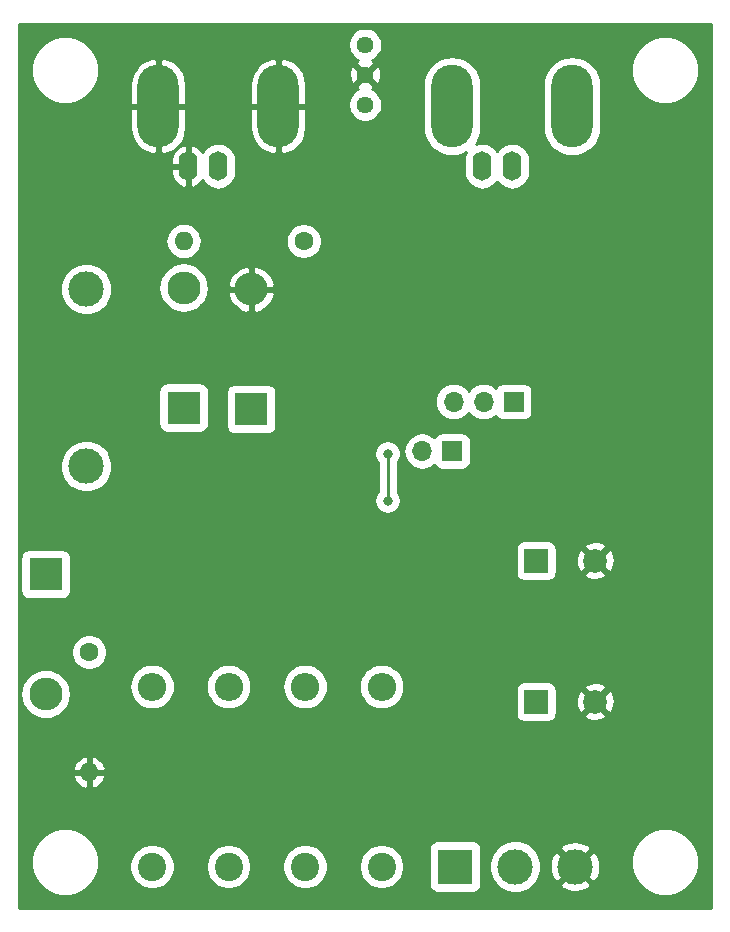
<source format=gbr>
G04 #@! TF.GenerationSoftware,KiCad,Pcbnew,(5.1.2)-2*
G04 #@! TF.CreationDate,2019-08-08T10:37:33+12:00*
G04 #@! TF.ProjectId,Shutter_Driver,53687574-7465-4725-9f44-72697665722e,rev?*
G04 #@! TF.SameCoordinates,Original*
G04 #@! TF.FileFunction,Copper,L2,Bot*
G04 #@! TF.FilePolarity,Positive*
%FSLAX46Y46*%
G04 Gerber Fmt 4.6, Leading zero omitted, Abs format (unit mm)*
G04 Created by KiCad (PCBNEW (5.1.2)-2) date 2019-08-08 10:37:33*
%MOMM*%
%LPD*%
G04 APERTURE LIST*
%ADD10C,1.440000*%
%ADD11C,3.000000*%
%ADD12O,2.400000X2.400000*%
%ADD13C,2.400000*%
%ADD14C,2.000000*%
%ADD15R,2.000000X2.000000*%
%ADD16R,3.000000X3.000000*%
%ADD17O,1.700000X1.700000*%
%ADD18R,1.700000X1.700000*%
%ADD19O,1.600000X1.600000*%
%ADD20C,1.600000*%
%ADD21O,2.800000X2.800000*%
%ADD22R,2.800000X2.800000*%
%ADD23O,3.500000X7.000000*%
%ADD24O,1.600000X2.500000*%
%ADD25C,0.800000*%
%ADD26C,0.250000*%
%ADD27C,0.254000*%
G04 APERTURE END LIST*
D10*
X78232000Y-39243000D03*
X78232000Y-41783000D03*
X78232000Y-44323000D03*
D11*
X54610000Y-59937000D03*
X54610000Y-74937000D03*
D12*
X73152000Y-93599000D03*
D13*
X73152000Y-108839000D03*
D12*
X60198000Y-93599000D03*
D13*
X60198000Y-108839000D03*
D12*
X66675000Y-93599000D03*
D13*
X66675000Y-108839000D03*
D12*
X79629000Y-93599000D03*
D13*
X79629000Y-108839000D03*
D14*
X97710000Y-94869000D03*
D15*
X92710000Y-94869000D03*
D11*
X96012000Y-108839000D03*
X90932000Y-108839000D03*
D16*
X85852000Y-108839000D03*
D17*
X85725000Y-69469000D03*
X88265000Y-69469000D03*
D18*
X90805000Y-69469000D03*
D19*
X54864000Y-100838000D03*
D20*
X54864000Y-90678000D03*
D21*
X68580000Y-59944000D03*
D22*
X68580000Y-70104000D03*
D17*
X83058000Y-73660000D03*
D18*
X85598000Y-73660000D03*
D19*
X62865000Y-55880000D03*
D20*
X73025000Y-55880000D03*
D21*
X51181000Y-94234000D03*
D22*
X51181000Y-84074000D03*
D14*
X97710000Y-82931000D03*
D15*
X92710000Y-82931000D03*
D21*
X62865000Y-59817000D03*
D22*
X62865000Y-69977000D03*
D23*
X60706000Y-44450000D03*
X70866000Y-44450000D03*
D24*
X65786000Y-49530000D03*
X63246000Y-49530000D03*
D23*
X85598000Y-44450000D03*
X95758000Y-44450000D03*
D24*
X90678000Y-49530000D03*
X88138000Y-49530000D03*
D25*
X92964000Y-68199000D03*
X98679000Y-65151000D03*
X92329000Y-63754000D03*
X66802000Y-86233000D03*
X82423000Y-70739000D03*
X80137000Y-73881010D03*
X80137000Y-77851000D03*
D26*
X80137000Y-73881010D02*
X80137000Y-77851000D01*
D27*
G36*
X107544001Y-112370000D02*
G01*
X48920000Y-112370000D01*
X48920000Y-108174640D01*
X49955000Y-108174640D01*
X49955000Y-108741360D01*
X50065561Y-109297190D01*
X50282435Y-109820771D01*
X50597288Y-110291981D01*
X50998019Y-110692712D01*
X51469229Y-111007565D01*
X51992810Y-111224439D01*
X52548640Y-111335000D01*
X53115360Y-111335000D01*
X53671190Y-111224439D01*
X54194771Y-111007565D01*
X54665981Y-110692712D01*
X55066712Y-110291981D01*
X55381565Y-109820771D01*
X55598439Y-109297190D01*
X55709000Y-108741360D01*
X55709000Y-108649207D01*
X58271000Y-108649207D01*
X58271000Y-109028793D01*
X58345053Y-109401085D01*
X58490315Y-109751777D01*
X58701201Y-110067391D01*
X58969609Y-110335799D01*
X59285223Y-110546685D01*
X59635915Y-110691947D01*
X60008207Y-110766000D01*
X60387793Y-110766000D01*
X60760085Y-110691947D01*
X61110777Y-110546685D01*
X61426391Y-110335799D01*
X61694799Y-110067391D01*
X61905685Y-109751777D01*
X62050947Y-109401085D01*
X62125000Y-109028793D01*
X62125000Y-108649207D01*
X64748000Y-108649207D01*
X64748000Y-109028793D01*
X64822053Y-109401085D01*
X64967315Y-109751777D01*
X65178201Y-110067391D01*
X65446609Y-110335799D01*
X65762223Y-110546685D01*
X66112915Y-110691947D01*
X66485207Y-110766000D01*
X66864793Y-110766000D01*
X67237085Y-110691947D01*
X67587777Y-110546685D01*
X67903391Y-110335799D01*
X68171799Y-110067391D01*
X68382685Y-109751777D01*
X68527947Y-109401085D01*
X68602000Y-109028793D01*
X68602000Y-108649207D01*
X71225000Y-108649207D01*
X71225000Y-109028793D01*
X71299053Y-109401085D01*
X71444315Y-109751777D01*
X71655201Y-110067391D01*
X71923609Y-110335799D01*
X72239223Y-110546685D01*
X72589915Y-110691947D01*
X72962207Y-110766000D01*
X73341793Y-110766000D01*
X73714085Y-110691947D01*
X74064777Y-110546685D01*
X74380391Y-110335799D01*
X74648799Y-110067391D01*
X74859685Y-109751777D01*
X75004947Y-109401085D01*
X75079000Y-109028793D01*
X75079000Y-108649207D01*
X77702000Y-108649207D01*
X77702000Y-109028793D01*
X77776053Y-109401085D01*
X77921315Y-109751777D01*
X78132201Y-110067391D01*
X78400609Y-110335799D01*
X78716223Y-110546685D01*
X79066915Y-110691947D01*
X79439207Y-110766000D01*
X79818793Y-110766000D01*
X80191085Y-110691947D01*
X80541777Y-110546685D01*
X80857391Y-110335799D01*
X81125799Y-110067391D01*
X81336685Y-109751777D01*
X81481947Y-109401085D01*
X81556000Y-109028793D01*
X81556000Y-108649207D01*
X81481947Y-108276915D01*
X81336685Y-107926223D01*
X81125799Y-107610609D01*
X80857391Y-107342201D01*
X80852601Y-107339000D01*
X83621483Y-107339000D01*
X83621483Y-110339000D01*
X83635520Y-110481517D01*
X83677090Y-110618557D01*
X83744597Y-110744853D01*
X83835446Y-110855554D01*
X83946147Y-110946403D01*
X84072443Y-111013910D01*
X84209483Y-111055480D01*
X84352000Y-111069517D01*
X87352000Y-111069517D01*
X87494517Y-111055480D01*
X87631557Y-111013910D01*
X87757853Y-110946403D01*
X87868554Y-110855554D01*
X87959403Y-110744853D01*
X88026910Y-110618557D01*
X88068480Y-110481517D01*
X88082517Y-110339000D01*
X88082517Y-108619660D01*
X88705000Y-108619660D01*
X88705000Y-109058340D01*
X88790582Y-109488592D01*
X88958458Y-109893880D01*
X89202176Y-110258630D01*
X89512370Y-110568824D01*
X89877120Y-110812542D01*
X90282408Y-110980418D01*
X90712660Y-111066000D01*
X91151340Y-111066000D01*
X91581592Y-110980418D01*
X91986880Y-110812542D01*
X92351630Y-110568824D01*
X92589801Y-110330653D01*
X94699952Y-110330653D01*
X94855962Y-110646214D01*
X95230745Y-110837020D01*
X95635551Y-110951044D01*
X96054824Y-110983902D01*
X96472451Y-110934334D01*
X96872383Y-110804243D01*
X97168038Y-110646214D01*
X97324048Y-110330653D01*
X96012000Y-109018605D01*
X94699952Y-110330653D01*
X92589801Y-110330653D01*
X92661824Y-110258630D01*
X92905542Y-109893880D01*
X93073418Y-109488592D01*
X93159000Y-109058340D01*
X93159000Y-108881824D01*
X93867098Y-108881824D01*
X93916666Y-109299451D01*
X94046757Y-109699383D01*
X94204786Y-109995038D01*
X94520347Y-110151048D01*
X95832395Y-108839000D01*
X96191605Y-108839000D01*
X97503653Y-110151048D01*
X97819214Y-109995038D01*
X98010020Y-109620255D01*
X98124044Y-109215449D01*
X98156902Y-108796176D01*
X98107334Y-108378549D01*
X98041006Y-108174640D01*
X100755000Y-108174640D01*
X100755000Y-108741360D01*
X100865561Y-109297190D01*
X101082435Y-109820771D01*
X101397288Y-110291981D01*
X101798019Y-110692712D01*
X102269229Y-111007565D01*
X102792810Y-111224439D01*
X103348640Y-111335000D01*
X103915360Y-111335000D01*
X104471190Y-111224439D01*
X104994771Y-111007565D01*
X105465981Y-110692712D01*
X105866712Y-110291981D01*
X106181565Y-109820771D01*
X106398439Y-109297190D01*
X106509000Y-108741360D01*
X106509000Y-108174640D01*
X106398439Y-107618810D01*
X106181565Y-107095229D01*
X105866712Y-106624019D01*
X105465981Y-106223288D01*
X104994771Y-105908435D01*
X104471190Y-105691561D01*
X103915360Y-105581000D01*
X103348640Y-105581000D01*
X102792810Y-105691561D01*
X102269229Y-105908435D01*
X101798019Y-106223288D01*
X101397288Y-106624019D01*
X101082435Y-107095229D01*
X100865561Y-107618810D01*
X100755000Y-108174640D01*
X98041006Y-108174640D01*
X97977243Y-107978617D01*
X97819214Y-107682962D01*
X97503653Y-107526952D01*
X96191605Y-108839000D01*
X95832395Y-108839000D01*
X94520347Y-107526952D01*
X94204786Y-107682962D01*
X94013980Y-108057745D01*
X93899956Y-108462551D01*
X93867098Y-108881824D01*
X93159000Y-108881824D01*
X93159000Y-108619660D01*
X93073418Y-108189408D01*
X92905542Y-107784120D01*
X92661824Y-107419370D01*
X92589801Y-107347347D01*
X94699952Y-107347347D01*
X96012000Y-108659395D01*
X97324048Y-107347347D01*
X97168038Y-107031786D01*
X96793255Y-106840980D01*
X96388449Y-106726956D01*
X95969176Y-106694098D01*
X95551549Y-106743666D01*
X95151617Y-106873757D01*
X94855962Y-107031786D01*
X94699952Y-107347347D01*
X92589801Y-107347347D01*
X92351630Y-107109176D01*
X91986880Y-106865458D01*
X91581592Y-106697582D01*
X91151340Y-106612000D01*
X90712660Y-106612000D01*
X90282408Y-106697582D01*
X89877120Y-106865458D01*
X89512370Y-107109176D01*
X89202176Y-107419370D01*
X88958458Y-107784120D01*
X88790582Y-108189408D01*
X88705000Y-108619660D01*
X88082517Y-108619660D01*
X88082517Y-107339000D01*
X88068480Y-107196483D01*
X88026910Y-107059443D01*
X87959403Y-106933147D01*
X87868554Y-106822446D01*
X87757853Y-106731597D01*
X87631557Y-106664090D01*
X87494517Y-106622520D01*
X87352000Y-106608483D01*
X84352000Y-106608483D01*
X84209483Y-106622520D01*
X84072443Y-106664090D01*
X83946147Y-106731597D01*
X83835446Y-106822446D01*
X83744597Y-106933147D01*
X83677090Y-107059443D01*
X83635520Y-107196483D01*
X83621483Y-107339000D01*
X80852601Y-107339000D01*
X80541777Y-107131315D01*
X80191085Y-106986053D01*
X79818793Y-106912000D01*
X79439207Y-106912000D01*
X79066915Y-106986053D01*
X78716223Y-107131315D01*
X78400609Y-107342201D01*
X78132201Y-107610609D01*
X77921315Y-107926223D01*
X77776053Y-108276915D01*
X77702000Y-108649207D01*
X75079000Y-108649207D01*
X75004947Y-108276915D01*
X74859685Y-107926223D01*
X74648799Y-107610609D01*
X74380391Y-107342201D01*
X74064777Y-107131315D01*
X73714085Y-106986053D01*
X73341793Y-106912000D01*
X72962207Y-106912000D01*
X72589915Y-106986053D01*
X72239223Y-107131315D01*
X71923609Y-107342201D01*
X71655201Y-107610609D01*
X71444315Y-107926223D01*
X71299053Y-108276915D01*
X71225000Y-108649207D01*
X68602000Y-108649207D01*
X68527947Y-108276915D01*
X68382685Y-107926223D01*
X68171799Y-107610609D01*
X67903391Y-107342201D01*
X67587777Y-107131315D01*
X67237085Y-106986053D01*
X66864793Y-106912000D01*
X66485207Y-106912000D01*
X66112915Y-106986053D01*
X65762223Y-107131315D01*
X65446609Y-107342201D01*
X65178201Y-107610609D01*
X64967315Y-107926223D01*
X64822053Y-108276915D01*
X64748000Y-108649207D01*
X62125000Y-108649207D01*
X62050947Y-108276915D01*
X61905685Y-107926223D01*
X61694799Y-107610609D01*
X61426391Y-107342201D01*
X61110777Y-107131315D01*
X60760085Y-106986053D01*
X60387793Y-106912000D01*
X60008207Y-106912000D01*
X59635915Y-106986053D01*
X59285223Y-107131315D01*
X58969609Y-107342201D01*
X58701201Y-107610609D01*
X58490315Y-107926223D01*
X58345053Y-108276915D01*
X58271000Y-108649207D01*
X55709000Y-108649207D01*
X55709000Y-108174640D01*
X55598439Y-107618810D01*
X55381565Y-107095229D01*
X55066712Y-106624019D01*
X54665981Y-106223288D01*
X54194771Y-105908435D01*
X53671190Y-105691561D01*
X53115360Y-105581000D01*
X52548640Y-105581000D01*
X51992810Y-105691561D01*
X51469229Y-105908435D01*
X50998019Y-106223288D01*
X50597288Y-106624019D01*
X50282435Y-107095229D01*
X50065561Y-107618810D01*
X49955000Y-108174640D01*
X48920000Y-108174640D01*
X48920000Y-101187040D01*
X53472091Y-101187040D01*
X53566930Y-101451881D01*
X53711615Y-101693131D01*
X53900586Y-101901519D01*
X54126580Y-102069037D01*
X54380913Y-102189246D01*
X54514961Y-102229904D01*
X54737000Y-102107915D01*
X54737000Y-100965000D01*
X54991000Y-100965000D01*
X54991000Y-102107915D01*
X55213039Y-102229904D01*
X55347087Y-102189246D01*
X55601420Y-102069037D01*
X55827414Y-101901519D01*
X56016385Y-101693131D01*
X56161070Y-101451881D01*
X56255909Y-101187040D01*
X56134624Y-100965000D01*
X54991000Y-100965000D01*
X54737000Y-100965000D01*
X53593376Y-100965000D01*
X53472091Y-101187040D01*
X48920000Y-101187040D01*
X48920000Y-100488960D01*
X53472091Y-100488960D01*
X53593376Y-100711000D01*
X54737000Y-100711000D01*
X54737000Y-99568085D01*
X54991000Y-99568085D01*
X54991000Y-100711000D01*
X56134624Y-100711000D01*
X56255909Y-100488960D01*
X56161070Y-100224119D01*
X56016385Y-99982869D01*
X55827414Y-99774481D01*
X55601420Y-99606963D01*
X55347087Y-99486754D01*
X55213039Y-99446096D01*
X54991000Y-99568085D01*
X54737000Y-99568085D01*
X54514961Y-99446096D01*
X54380913Y-99486754D01*
X54126580Y-99606963D01*
X53900586Y-99774481D01*
X53711615Y-99982869D01*
X53566930Y-100224119D01*
X53472091Y-100488960D01*
X48920000Y-100488960D01*
X48920000Y-94234000D01*
X49043709Y-94234000D01*
X49084776Y-94650965D01*
X49206401Y-95051906D01*
X49403907Y-95421415D01*
X49669707Y-95745293D01*
X49993585Y-96011093D01*
X50363094Y-96208599D01*
X50764035Y-96330224D01*
X51076513Y-96361000D01*
X51285487Y-96361000D01*
X51597965Y-96330224D01*
X51998906Y-96208599D01*
X52368415Y-96011093D01*
X52692293Y-95745293D01*
X52958093Y-95421415D01*
X53155599Y-95051906D01*
X53277224Y-94650965D01*
X53318291Y-94234000D01*
X53277224Y-93817035D01*
X53211084Y-93599000D01*
X58261677Y-93599000D01*
X58298883Y-93976758D01*
X58409071Y-94339999D01*
X58588006Y-94674763D01*
X58828813Y-94968187D01*
X59122237Y-95208994D01*
X59457001Y-95387929D01*
X59820242Y-95498117D01*
X60103342Y-95526000D01*
X60292658Y-95526000D01*
X60575758Y-95498117D01*
X60938999Y-95387929D01*
X61273763Y-95208994D01*
X61567187Y-94968187D01*
X61807994Y-94674763D01*
X61986929Y-94339999D01*
X62097117Y-93976758D01*
X62134323Y-93599000D01*
X64738677Y-93599000D01*
X64775883Y-93976758D01*
X64886071Y-94339999D01*
X65065006Y-94674763D01*
X65305813Y-94968187D01*
X65599237Y-95208994D01*
X65934001Y-95387929D01*
X66297242Y-95498117D01*
X66580342Y-95526000D01*
X66769658Y-95526000D01*
X67052758Y-95498117D01*
X67415999Y-95387929D01*
X67750763Y-95208994D01*
X68044187Y-94968187D01*
X68284994Y-94674763D01*
X68463929Y-94339999D01*
X68574117Y-93976758D01*
X68611323Y-93599000D01*
X71215677Y-93599000D01*
X71252883Y-93976758D01*
X71363071Y-94339999D01*
X71542006Y-94674763D01*
X71782813Y-94968187D01*
X72076237Y-95208994D01*
X72411001Y-95387929D01*
X72774242Y-95498117D01*
X73057342Y-95526000D01*
X73246658Y-95526000D01*
X73529758Y-95498117D01*
X73892999Y-95387929D01*
X74227763Y-95208994D01*
X74521187Y-94968187D01*
X74761994Y-94674763D01*
X74940929Y-94339999D01*
X75051117Y-93976758D01*
X75088323Y-93599000D01*
X77692677Y-93599000D01*
X77729883Y-93976758D01*
X77840071Y-94339999D01*
X78019006Y-94674763D01*
X78259813Y-94968187D01*
X78553237Y-95208994D01*
X78888001Y-95387929D01*
X79251242Y-95498117D01*
X79534342Y-95526000D01*
X79723658Y-95526000D01*
X80006758Y-95498117D01*
X80369999Y-95387929D01*
X80704763Y-95208994D01*
X80998187Y-94968187D01*
X81238994Y-94674763D01*
X81417929Y-94339999D01*
X81528117Y-93976758D01*
X81538730Y-93869000D01*
X90979483Y-93869000D01*
X90979483Y-95869000D01*
X90993520Y-96011517D01*
X91035090Y-96148557D01*
X91102597Y-96274853D01*
X91193446Y-96385554D01*
X91304147Y-96476403D01*
X91430443Y-96543910D01*
X91567483Y-96585480D01*
X91710000Y-96599517D01*
X93710000Y-96599517D01*
X93852517Y-96585480D01*
X93989557Y-96543910D01*
X94115853Y-96476403D01*
X94226554Y-96385554D01*
X94317403Y-96274853D01*
X94384910Y-96148557D01*
X94426480Y-96011517D01*
X94427179Y-96004413D01*
X96754192Y-96004413D01*
X96849956Y-96268814D01*
X97139571Y-96409704D01*
X97451108Y-96491384D01*
X97772595Y-96510718D01*
X98091675Y-96466961D01*
X98396088Y-96361795D01*
X98570044Y-96268814D01*
X98665808Y-96004413D01*
X97710000Y-95048605D01*
X96754192Y-96004413D01*
X94427179Y-96004413D01*
X94440517Y-95869000D01*
X94440517Y-94931595D01*
X96068282Y-94931595D01*
X96112039Y-95250675D01*
X96217205Y-95555088D01*
X96310186Y-95729044D01*
X96574587Y-95824808D01*
X97530395Y-94869000D01*
X97889605Y-94869000D01*
X98845413Y-95824808D01*
X99109814Y-95729044D01*
X99250704Y-95439429D01*
X99332384Y-95127892D01*
X99351718Y-94806405D01*
X99307961Y-94487325D01*
X99202795Y-94182912D01*
X99109814Y-94008956D01*
X98845413Y-93913192D01*
X97889605Y-94869000D01*
X97530395Y-94869000D01*
X96574587Y-93913192D01*
X96310186Y-94008956D01*
X96169296Y-94298571D01*
X96087616Y-94610108D01*
X96068282Y-94931595D01*
X94440517Y-94931595D01*
X94440517Y-93869000D01*
X94427180Y-93733587D01*
X96754192Y-93733587D01*
X97710000Y-94689395D01*
X98665808Y-93733587D01*
X98570044Y-93469186D01*
X98280429Y-93328296D01*
X97968892Y-93246616D01*
X97647405Y-93227282D01*
X97328325Y-93271039D01*
X97023912Y-93376205D01*
X96849956Y-93469186D01*
X96754192Y-93733587D01*
X94427180Y-93733587D01*
X94426480Y-93726483D01*
X94384910Y-93589443D01*
X94317403Y-93463147D01*
X94226554Y-93352446D01*
X94115853Y-93261597D01*
X93989557Y-93194090D01*
X93852517Y-93152520D01*
X93710000Y-93138483D01*
X91710000Y-93138483D01*
X91567483Y-93152520D01*
X91430443Y-93194090D01*
X91304147Y-93261597D01*
X91193446Y-93352446D01*
X91102597Y-93463147D01*
X91035090Y-93589443D01*
X90993520Y-93726483D01*
X90979483Y-93869000D01*
X81538730Y-93869000D01*
X81565323Y-93599000D01*
X81528117Y-93221242D01*
X81417929Y-92858001D01*
X81238994Y-92523237D01*
X80998187Y-92229813D01*
X80704763Y-91989006D01*
X80369999Y-91810071D01*
X80006758Y-91699883D01*
X79723658Y-91672000D01*
X79534342Y-91672000D01*
X79251242Y-91699883D01*
X78888001Y-91810071D01*
X78553237Y-91989006D01*
X78259813Y-92229813D01*
X78019006Y-92523237D01*
X77840071Y-92858001D01*
X77729883Y-93221242D01*
X77692677Y-93599000D01*
X75088323Y-93599000D01*
X75051117Y-93221242D01*
X74940929Y-92858001D01*
X74761994Y-92523237D01*
X74521187Y-92229813D01*
X74227763Y-91989006D01*
X73892999Y-91810071D01*
X73529758Y-91699883D01*
X73246658Y-91672000D01*
X73057342Y-91672000D01*
X72774242Y-91699883D01*
X72411001Y-91810071D01*
X72076237Y-91989006D01*
X71782813Y-92229813D01*
X71542006Y-92523237D01*
X71363071Y-92858001D01*
X71252883Y-93221242D01*
X71215677Y-93599000D01*
X68611323Y-93599000D01*
X68574117Y-93221242D01*
X68463929Y-92858001D01*
X68284994Y-92523237D01*
X68044187Y-92229813D01*
X67750763Y-91989006D01*
X67415999Y-91810071D01*
X67052758Y-91699883D01*
X66769658Y-91672000D01*
X66580342Y-91672000D01*
X66297242Y-91699883D01*
X65934001Y-91810071D01*
X65599237Y-91989006D01*
X65305813Y-92229813D01*
X65065006Y-92523237D01*
X64886071Y-92858001D01*
X64775883Y-93221242D01*
X64738677Y-93599000D01*
X62134323Y-93599000D01*
X62097117Y-93221242D01*
X61986929Y-92858001D01*
X61807994Y-92523237D01*
X61567187Y-92229813D01*
X61273763Y-91989006D01*
X60938999Y-91810071D01*
X60575758Y-91699883D01*
X60292658Y-91672000D01*
X60103342Y-91672000D01*
X59820242Y-91699883D01*
X59457001Y-91810071D01*
X59122237Y-91989006D01*
X58828813Y-92229813D01*
X58588006Y-92523237D01*
X58409071Y-92858001D01*
X58298883Y-93221242D01*
X58261677Y-93599000D01*
X53211084Y-93599000D01*
X53155599Y-93416094D01*
X52958093Y-93046585D01*
X52692293Y-92722707D01*
X52368415Y-92456907D01*
X51998906Y-92259401D01*
X51597965Y-92137776D01*
X51285487Y-92107000D01*
X51076513Y-92107000D01*
X50764035Y-92137776D01*
X50363094Y-92259401D01*
X49993585Y-92456907D01*
X49669707Y-92722707D01*
X49403907Y-93046585D01*
X49206401Y-93416094D01*
X49084776Y-93817035D01*
X49043709Y-94234000D01*
X48920000Y-94234000D01*
X48920000Y-90527604D01*
X53337000Y-90527604D01*
X53337000Y-90828396D01*
X53395681Y-91123410D01*
X53510790Y-91401306D01*
X53677901Y-91651406D01*
X53890594Y-91864099D01*
X54140694Y-92031210D01*
X54418590Y-92146319D01*
X54713604Y-92205000D01*
X55014396Y-92205000D01*
X55309410Y-92146319D01*
X55587306Y-92031210D01*
X55837406Y-91864099D01*
X56050099Y-91651406D01*
X56217210Y-91401306D01*
X56332319Y-91123410D01*
X56391000Y-90828396D01*
X56391000Y-90527604D01*
X56332319Y-90232590D01*
X56217210Y-89954694D01*
X56050099Y-89704594D01*
X55837406Y-89491901D01*
X55587306Y-89324790D01*
X55309410Y-89209681D01*
X55014396Y-89151000D01*
X54713604Y-89151000D01*
X54418590Y-89209681D01*
X54140694Y-89324790D01*
X53890594Y-89491901D01*
X53677901Y-89704594D01*
X53510790Y-89954694D01*
X53395681Y-90232590D01*
X53337000Y-90527604D01*
X48920000Y-90527604D01*
X48920000Y-82674000D01*
X49050483Y-82674000D01*
X49050483Y-85474000D01*
X49064520Y-85616517D01*
X49106090Y-85753557D01*
X49173597Y-85879853D01*
X49264446Y-85990554D01*
X49375147Y-86081403D01*
X49501443Y-86148910D01*
X49638483Y-86190480D01*
X49781000Y-86204517D01*
X52581000Y-86204517D01*
X52723517Y-86190480D01*
X52860557Y-86148910D01*
X52986853Y-86081403D01*
X53097554Y-85990554D01*
X53188403Y-85879853D01*
X53255910Y-85753557D01*
X53297480Y-85616517D01*
X53311517Y-85474000D01*
X53311517Y-82674000D01*
X53297480Y-82531483D01*
X53255910Y-82394443D01*
X53188403Y-82268147D01*
X53097554Y-82157446D01*
X52986853Y-82066597D01*
X52860557Y-81999090D01*
X52723517Y-81957520D01*
X52581000Y-81943483D01*
X49781000Y-81943483D01*
X49638483Y-81957520D01*
X49501443Y-81999090D01*
X49375147Y-82066597D01*
X49264446Y-82157446D01*
X49173597Y-82268147D01*
X49106090Y-82394443D01*
X49064520Y-82531483D01*
X49050483Y-82674000D01*
X48920000Y-82674000D01*
X48920000Y-81931000D01*
X90979483Y-81931000D01*
X90979483Y-83931000D01*
X90993520Y-84073517D01*
X91035090Y-84210557D01*
X91102597Y-84336853D01*
X91193446Y-84447554D01*
X91304147Y-84538403D01*
X91430443Y-84605910D01*
X91567483Y-84647480D01*
X91710000Y-84661517D01*
X93710000Y-84661517D01*
X93852517Y-84647480D01*
X93989557Y-84605910D01*
X94115853Y-84538403D01*
X94226554Y-84447554D01*
X94317403Y-84336853D01*
X94384910Y-84210557D01*
X94426480Y-84073517D01*
X94427179Y-84066413D01*
X96754192Y-84066413D01*
X96849956Y-84330814D01*
X97139571Y-84471704D01*
X97451108Y-84553384D01*
X97772595Y-84572718D01*
X98091675Y-84528961D01*
X98396088Y-84423795D01*
X98570044Y-84330814D01*
X98665808Y-84066413D01*
X97710000Y-83110605D01*
X96754192Y-84066413D01*
X94427179Y-84066413D01*
X94440517Y-83931000D01*
X94440517Y-82993595D01*
X96068282Y-82993595D01*
X96112039Y-83312675D01*
X96217205Y-83617088D01*
X96310186Y-83791044D01*
X96574587Y-83886808D01*
X97530395Y-82931000D01*
X97889605Y-82931000D01*
X98845413Y-83886808D01*
X99109814Y-83791044D01*
X99250704Y-83501429D01*
X99332384Y-83189892D01*
X99351718Y-82868405D01*
X99307961Y-82549325D01*
X99202795Y-82244912D01*
X99109814Y-82070956D01*
X98845413Y-81975192D01*
X97889605Y-82931000D01*
X97530395Y-82931000D01*
X96574587Y-81975192D01*
X96310186Y-82070956D01*
X96169296Y-82360571D01*
X96087616Y-82672108D01*
X96068282Y-82993595D01*
X94440517Y-82993595D01*
X94440517Y-81931000D01*
X94427180Y-81795587D01*
X96754192Y-81795587D01*
X97710000Y-82751395D01*
X98665808Y-81795587D01*
X98570044Y-81531186D01*
X98280429Y-81390296D01*
X97968892Y-81308616D01*
X97647405Y-81289282D01*
X97328325Y-81333039D01*
X97023912Y-81438205D01*
X96849956Y-81531186D01*
X96754192Y-81795587D01*
X94427180Y-81795587D01*
X94426480Y-81788483D01*
X94384910Y-81651443D01*
X94317403Y-81525147D01*
X94226554Y-81414446D01*
X94115853Y-81323597D01*
X93989557Y-81256090D01*
X93852517Y-81214520D01*
X93710000Y-81200483D01*
X91710000Y-81200483D01*
X91567483Y-81214520D01*
X91430443Y-81256090D01*
X91304147Y-81323597D01*
X91193446Y-81414446D01*
X91102597Y-81525147D01*
X91035090Y-81651443D01*
X90993520Y-81788483D01*
X90979483Y-81931000D01*
X48920000Y-81931000D01*
X48920000Y-74717660D01*
X52383000Y-74717660D01*
X52383000Y-75156340D01*
X52468582Y-75586592D01*
X52636458Y-75991880D01*
X52880176Y-76356630D01*
X53190370Y-76666824D01*
X53555120Y-76910542D01*
X53960408Y-77078418D01*
X54390660Y-77164000D01*
X54829340Y-77164000D01*
X55259592Y-77078418D01*
X55664880Y-76910542D01*
X56029630Y-76666824D01*
X56339824Y-76356630D01*
X56583542Y-75991880D01*
X56751418Y-75586592D01*
X56837000Y-75156340D01*
X56837000Y-74717660D01*
X56751418Y-74287408D01*
X56583542Y-73882120D01*
X56508633Y-73770010D01*
X79010000Y-73770010D01*
X79010000Y-73992010D01*
X79053310Y-74209744D01*
X79138266Y-74414845D01*
X79261602Y-74599431D01*
X79285000Y-74622829D01*
X79285001Y-77109180D01*
X79261602Y-77132579D01*
X79138266Y-77317165D01*
X79053310Y-77522266D01*
X79010000Y-77740000D01*
X79010000Y-77962000D01*
X79053310Y-78179734D01*
X79138266Y-78384835D01*
X79261602Y-78569421D01*
X79418579Y-78726398D01*
X79603165Y-78849734D01*
X79808266Y-78934690D01*
X80026000Y-78978000D01*
X80248000Y-78978000D01*
X80465734Y-78934690D01*
X80670835Y-78849734D01*
X80855421Y-78726398D01*
X81012398Y-78569421D01*
X81135734Y-78384835D01*
X81220690Y-78179734D01*
X81264000Y-77962000D01*
X81264000Y-77740000D01*
X81220690Y-77522266D01*
X81135734Y-77317165D01*
X81012398Y-77132579D01*
X80989000Y-77109181D01*
X80989000Y-74622829D01*
X81012398Y-74599431D01*
X81135734Y-74414845D01*
X81220690Y-74209744D01*
X81264000Y-73992010D01*
X81264000Y-73770010D01*
X81242118Y-73660000D01*
X81473370Y-73660000D01*
X81503818Y-73969146D01*
X81593993Y-74266412D01*
X81740428Y-74540373D01*
X81937497Y-74780503D01*
X82177627Y-74977572D01*
X82451588Y-75124007D01*
X82748854Y-75214182D01*
X82980531Y-75237000D01*
X83135469Y-75237000D01*
X83367146Y-75214182D01*
X83664412Y-75124007D01*
X83938373Y-74977572D01*
X84101868Y-74843396D01*
X84140597Y-74915853D01*
X84231446Y-75026554D01*
X84342147Y-75117403D01*
X84468443Y-75184910D01*
X84605483Y-75226480D01*
X84748000Y-75240517D01*
X86448000Y-75240517D01*
X86590517Y-75226480D01*
X86727557Y-75184910D01*
X86853853Y-75117403D01*
X86964554Y-75026554D01*
X87055403Y-74915853D01*
X87122910Y-74789557D01*
X87164480Y-74652517D01*
X87178517Y-74510000D01*
X87178517Y-72810000D01*
X87164480Y-72667483D01*
X87122910Y-72530443D01*
X87055403Y-72404147D01*
X86964554Y-72293446D01*
X86853853Y-72202597D01*
X86727557Y-72135090D01*
X86590517Y-72093520D01*
X86448000Y-72079483D01*
X84748000Y-72079483D01*
X84605483Y-72093520D01*
X84468443Y-72135090D01*
X84342147Y-72202597D01*
X84231446Y-72293446D01*
X84140597Y-72404147D01*
X84101868Y-72476604D01*
X83938373Y-72342428D01*
X83664412Y-72195993D01*
X83367146Y-72105818D01*
X83135469Y-72083000D01*
X82980531Y-72083000D01*
X82748854Y-72105818D01*
X82451588Y-72195993D01*
X82177627Y-72342428D01*
X81937497Y-72539497D01*
X81740428Y-72779627D01*
X81593993Y-73053588D01*
X81503818Y-73350854D01*
X81473370Y-73660000D01*
X81242118Y-73660000D01*
X81220690Y-73552276D01*
X81135734Y-73347175D01*
X81012398Y-73162589D01*
X80855421Y-73005612D01*
X80670835Y-72882276D01*
X80465734Y-72797320D01*
X80248000Y-72754010D01*
X80026000Y-72754010D01*
X79808266Y-72797320D01*
X79603165Y-72882276D01*
X79418579Y-73005612D01*
X79261602Y-73162589D01*
X79138266Y-73347175D01*
X79053310Y-73552276D01*
X79010000Y-73770010D01*
X56508633Y-73770010D01*
X56339824Y-73517370D01*
X56029630Y-73207176D01*
X55664880Y-72963458D01*
X55259592Y-72795582D01*
X54829340Y-72710000D01*
X54390660Y-72710000D01*
X53960408Y-72795582D01*
X53555120Y-72963458D01*
X53190370Y-73207176D01*
X52880176Y-73517370D01*
X52636458Y-73882120D01*
X52468582Y-74287408D01*
X52383000Y-74717660D01*
X48920000Y-74717660D01*
X48920000Y-68577000D01*
X60734483Y-68577000D01*
X60734483Y-71377000D01*
X60748520Y-71519517D01*
X60790090Y-71656557D01*
X60857597Y-71782853D01*
X60948446Y-71893554D01*
X61059147Y-71984403D01*
X61185443Y-72051910D01*
X61322483Y-72093480D01*
X61465000Y-72107517D01*
X64265000Y-72107517D01*
X64407517Y-72093480D01*
X64544557Y-72051910D01*
X64670853Y-71984403D01*
X64781554Y-71893554D01*
X64872403Y-71782853D01*
X64939910Y-71656557D01*
X64981480Y-71519517D01*
X64995517Y-71377000D01*
X64995517Y-68704000D01*
X66449483Y-68704000D01*
X66449483Y-71504000D01*
X66463520Y-71646517D01*
X66505090Y-71783557D01*
X66572597Y-71909853D01*
X66663446Y-72020554D01*
X66774147Y-72111403D01*
X66900443Y-72178910D01*
X67037483Y-72220480D01*
X67180000Y-72234517D01*
X69980000Y-72234517D01*
X70122517Y-72220480D01*
X70259557Y-72178910D01*
X70385853Y-72111403D01*
X70496554Y-72020554D01*
X70587403Y-71909853D01*
X70654910Y-71783557D01*
X70696480Y-71646517D01*
X70710517Y-71504000D01*
X70710517Y-69469000D01*
X84140370Y-69469000D01*
X84170818Y-69778146D01*
X84260993Y-70075412D01*
X84407428Y-70349373D01*
X84604497Y-70589503D01*
X84844627Y-70786572D01*
X85118588Y-70933007D01*
X85415854Y-71023182D01*
X85647531Y-71046000D01*
X85802469Y-71046000D01*
X86034146Y-71023182D01*
X86331412Y-70933007D01*
X86605373Y-70786572D01*
X86845503Y-70589503D01*
X86995000Y-70407340D01*
X87144497Y-70589503D01*
X87384627Y-70786572D01*
X87658588Y-70933007D01*
X87955854Y-71023182D01*
X88187531Y-71046000D01*
X88342469Y-71046000D01*
X88574146Y-71023182D01*
X88871412Y-70933007D01*
X89145373Y-70786572D01*
X89308868Y-70652396D01*
X89347597Y-70724853D01*
X89438446Y-70835554D01*
X89549147Y-70926403D01*
X89675443Y-70993910D01*
X89812483Y-71035480D01*
X89955000Y-71049517D01*
X91655000Y-71049517D01*
X91797517Y-71035480D01*
X91934557Y-70993910D01*
X92060853Y-70926403D01*
X92171554Y-70835554D01*
X92262403Y-70724853D01*
X92329910Y-70598557D01*
X92371480Y-70461517D01*
X92385517Y-70319000D01*
X92385517Y-68619000D01*
X92371480Y-68476483D01*
X92329910Y-68339443D01*
X92262403Y-68213147D01*
X92171554Y-68102446D01*
X92060853Y-68011597D01*
X91934557Y-67944090D01*
X91797517Y-67902520D01*
X91655000Y-67888483D01*
X89955000Y-67888483D01*
X89812483Y-67902520D01*
X89675443Y-67944090D01*
X89549147Y-68011597D01*
X89438446Y-68102446D01*
X89347597Y-68213147D01*
X89308868Y-68285604D01*
X89145373Y-68151428D01*
X88871412Y-68004993D01*
X88574146Y-67914818D01*
X88342469Y-67892000D01*
X88187531Y-67892000D01*
X87955854Y-67914818D01*
X87658588Y-68004993D01*
X87384627Y-68151428D01*
X87144497Y-68348497D01*
X86995000Y-68530660D01*
X86845503Y-68348497D01*
X86605373Y-68151428D01*
X86331412Y-68004993D01*
X86034146Y-67914818D01*
X85802469Y-67892000D01*
X85647531Y-67892000D01*
X85415854Y-67914818D01*
X85118588Y-68004993D01*
X84844627Y-68151428D01*
X84604497Y-68348497D01*
X84407428Y-68588627D01*
X84260993Y-68862588D01*
X84170818Y-69159854D01*
X84140370Y-69469000D01*
X70710517Y-69469000D01*
X70710517Y-68704000D01*
X70696480Y-68561483D01*
X70654910Y-68424443D01*
X70587403Y-68298147D01*
X70496554Y-68187446D01*
X70385853Y-68096597D01*
X70259557Y-68029090D01*
X70122517Y-67987520D01*
X69980000Y-67973483D01*
X67180000Y-67973483D01*
X67037483Y-67987520D01*
X66900443Y-68029090D01*
X66774147Y-68096597D01*
X66663446Y-68187446D01*
X66572597Y-68298147D01*
X66505090Y-68424443D01*
X66463520Y-68561483D01*
X66449483Y-68704000D01*
X64995517Y-68704000D01*
X64995517Y-68577000D01*
X64981480Y-68434483D01*
X64939910Y-68297443D01*
X64872403Y-68171147D01*
X64781554Y-68060446D01*
X64670853Y-67969597D01*
X64544557Y-67902090D01*
X64407517Y-67860520D01*
X64265000Y-67846483D01*
X61465000Y-67846483D01*
X61322483Y-67860520D01*
X61185443Y-67902090D01*
X61059147Y-67969597D01*
X60948446Y-68060446D01*
X60857597Y-68171147D01*
X60790090Y-68297443D01*
X60748520Y-68434483D01*
X60734483Y-68577000D01*
X48920000Y-68577000D01*
X48920000Y-59717660D01*
X52383000Y-59717660D01*
X52383000Y-60156340D01*
X52468582Y-60586592D01*
X52636458Y-60991880D01*
X52880176Y-61356630D01*
X53190370Y-61666824D01*
X53555120Y-61910542D01*
X53960408Y-62078418D01*
X54390660Y-62164000D01*
X54829340Y-62164000D01*
X55259592Y-62078418D01*
X55664880Y-61910542D01*
X56029630Y-61666824D01*
X56339824Y-61356630D01*
X56583542Y-60991880D01*
X56751418Y-60586592D01*
X56837000Y-60156340D01*
X56837000Y-59817000D01*
X60727709Y-59817000D01*
X60768776Y-60233965D01*
X60890401Y-60634906D01*
X61087907Y-61004415D01*
X61353707Y-61328293D01*
X61677585Y-61594093D01*
X62047094Y-61791599D01*
X62448035Y-61913224D01*
X62760513Y-61944000D01*
X62969487Y-61944000D01*
X63281965Y-61913224D01*
X63682906Y-61791599D01*
X64052415Y-61594093D01*
X64376293Y-61328293D01*
X64642093Y-61004415D01*
X64839599Y-60634906D01*
X64914752Y-60387161D01*
X66593836Y-60387161D01*
X66718456Y-60766127D01*
X66914614Y-61113499D01*
X67174772Y-61415928D01*
X67488932Y-61661792D01*
X67845021Y-61841642D01*
X68136840Y-61930160D01*
X68453000Y-61815947D01*
X68453000Y-60071000D01*
X68707000Y-60071000D01*
X68707000Y-61815947D01*
X69023160Y-61930160D01*
X69314979Y-61841642D01*
X69671068Y-61661792D01*
X69985228Y-61415928D01*
X70245386Y-61113499D01*
X70441544Y-60766127D01*
X70566164Y-60387161D01*
X70452287Y-60071000D01*
X68707000Y-60071000D01*
X68453000Y-60071000D01*
X66707713Y-60071000D01*
X66593836Y-60387161D01*
X64914752Y-60387161D01*
X64961224Y-60233965D01*
X65002291Y-59817000D01*
X64971153Y-59500839D01*
X66593836Y-59500839D01*
X66707713Y-59817000D01*
X68453000Y-59817000D01*
X68453000Y-58072053D01*
X68707000Y-58072053D01*
X68707000Y-59817000D01*
X70452287Y-59817000D01*
X70566164Y-59500839D01*
X70441544Y-59121873D01*
X70245386Y-58774501D01*
X69985228Y-58472072D01*
X69671068Y-58226208D01*
X69314979Y-58046358D01*
X69023160Y-57957840D01*
X68707000Y-58072053D01*
X68453000Y-58072053D01*
X68136840Y-57957840D01*
X67845021Y-58046358D01*
X67488932Y-58226208D01*
X67174772Y-58472072D01*
X66914614Y-58774501D01*
X66718456Y-59121873D01*
X66593836Y-59500839D01*
X64971153Y-59500839D01*
X64961224Y-59400035D01*
X64839599Y-58999094D01*
X64642093Y-58629585D01*
X64376293Y-58305707D01*
X64052415Y-58039907D01*
X63682906Y-57842401D01*
X63281965Y-57720776D01*
X62969487Y-57690000D01*
X62760513Y-57690000D01*
X62448035Y-57720776D01*
X62047094Y-57842401D01*
X61677585Y-58039907D01*
X61353707Y-58305707D01*
X61087907Y-58629585D01*
X60890401Y-58999094D01*
X60768776Y-59400035D01*
X60727709Y-59817000D01*
X56837000Y-59817000D01*
X56837000Y-59717660D01*
X56751418Y-59287408D01*
X56583542Y-58882120D01*
X56339824Y-58517370D01*
X56029630Y-58207176D01*
X55664880Y-57963458D01*
X55259592Y-57795582D01*
X54829340Y-57710000D01*
X54390660Y-57710000D01*
X53960408Y-57795582D01*
X53555120Y-57963458D01*
X53190370Y-58207176D01*
X52880176Y-58517370D01*
X52636458Y-58882120D01*
X52468582Y-59287408D01*
X52383000Y-59717660D01*
X48920000Y-59717660D01*
X48920000Y-55880000D01*
X61330612Y-55880000D01*
X61360095Y-56179344D01*
X61447410Y-56467185D01*
X61589203Y-56732460D01*
X61780024Y-56964976D01*
X62012540Y-57155797D01*
X62277815Y-57297590D01*
X62565656Y-57384905D01*
X62789989Y-57407000D01*
X62940011Y-57407000D01*
X63164344Y-57384905D01*
X63452185Y-57297590D01*
X63717460Y-57155797D01*
X63949976Y-56964976D01*
X64140797Y-56732460D01*
X64282590Y-56467185D01*
X64369905Y-56179344D01*
X64399388Y-55880000D01*
X64384576Y-55729604D01*
X71498000Y-55729604D01*
X71498000Y-56030396D01*
X71556681Y-56325410D01*
X71671790Y-56603306D01*
X71838901Y-56853406D01*
X72051594Y-57066099D01*
X72301694Y-57233210D01*
X72579590Y-57348319D01*
X72874604Y-57407000D01*
X73175396Y-57407000D01*
X73470410Y-57348319D01*
X73748306Y-57233210D01*
X73998406Y-57066099D01*
X74211099Y-56853406D01*
X74378210Y-56603306D01*
X74493319Y-56325410D01*
X74552000Y-56030396D01*
X74552000Y-55729604D01*
X74493319Y-55434590D01*
X74378210Y-55156694D01*
X74211099Y-54906594D01*
X73998406Y-54693901D01*
X73748306Y-54526790D01*
X73470410Y-54411681D01*
X73175396Y-54353000D01*
X72874604Y-54353000D01*
X72579590Y-54411681D01*
X72301694Y-54526790D01*
X72051594Y-54693901D01*
X71838901Y-54906594D01*
X71671790Y-55156694D01*
X71556681Y-55434590D01*
X71498000Y-55729604D01*
X64384576Y-55729604D01*
X64369905Y-55580656D01*
X64282590Y-55292815D01*
X64140797Y-55027540D01*
X63949976Y-54795024D01*
X63717460Y-54604203D01*
X63452185Y-54462410D01*
X63164344Y-54375095D01*
X62940011Y-54353000D01*
X62789989Y-54353000D01*
X62565656Y-54375095D01*
X62277815Y-54462410D01*
X62012540Y-54604203D01*
X61780024Y-54795024D01*
X61589203Y-55027540D01*
X61447410Y-55292815D01*
X61360095Y-55580656D01*
X61330612Y-55880000D01*
X48920000Y-55880000D01*
X48920000Y-49657000D01*
X61811000Y-49657000D01*
X61811000Y-50107000D01*
X61863350Y-50384514D01*
X61968834Y-50646483D01*
X62123399Y-50882839D01*
X62321105Y-51084500D01*
X62554354Y-51243715D01*
X62814182Y-51354367D01*
X62896961Y-51371904D01*
X63119000Y-51249915D01*
X63119000Y-49657000D01*
X61811000Y-49657000D01*
X48920000Y-49657000D01*
X48920000Y-48953000D01*
X61811000Y-48953000D01*
X61811000Y-49403000D01*
X63119000Y-49403000D01*
X63119000Y-47810085D01*
X63373000Y-47810085D01*
X63373000Y-49403000D01*
X63393000Y-49403000D01*
X63393000Y-49657000D01*
X63373000Y-49657000D01*
X63373000Y-51249915D01*
X63595039Y-51371904D01*
X63677818Y-51354367D01*
X63937646Y-51243715D01*
X64170895Y-51084500D01*
X64368601Y-50882839D01*
X64461334Y-50741034D01*
X64510203Y-50832460D01*
X64701025Y-51064976D01*
X64933541Y-51255797D01*
X65198816Y-51397590D01*
X65486657Y-51484905D01*
X65786000Y-51514388D01*
X66085344Y-51484905D01*
X66373185Y-51397590D01*
X66638460Y-51255797D01*
X66870976Y-51064976D01*
X67061797Y-50832460D01*
X67203590Y-50567185D01*
X67290905Y-50279344D01*
X67313000Y-50055010D01*
X67313000Y-49004989D01*
X67290905Y-48780656D01*
X67203590Y-48492815D01*
X67061797Y-48227540D01*
X66870976Y-47995024D01*
X66638459Y-47804203D01*
X66373184Y-47662410D01*
X66085343Y-47575095D01*
X65786000Y-47545612D01*
X65486656Y-47575095D01*
X65198815Y-47662410D01*
X64933540Y-47804203D01*
X64701024Y-47995024D01*
X64510203Y-48227541D01*
X64461335Y-48318967D01*
X64368601Y-48177161D01*
X64170895Y-47975500D01*
X63937646Y-47816285D01*
X63677818Y-47705633D01*
X63595039Y-47688096D01*
X63373000Y-47810085D01*
X63119000Y-47810085D01*
X62896961Y-47688096D01*
X62814182Y-47705633D01*
X62554354Y-47816285D01*
X62321105Y-47975500D01*
X62123399Y-48177161D01*
X61968834Y-48413517D01*
X61863350Y-48675486D01*
X61811000Y-48953000D01*
X48920000Y-48953000D01*
X48920000Y-44577000D01*
X58321000Y-44577000D01*
X58321000Y-46327000D01*
X58391604Y-46789850D01*
X58551148Y-47230032D01*
X58793502Y-47630631D01*
X59109352Y-47976252D01*
X59486561Y-48253612D01*
X59910632Y-48452053D01*
X60207997Y-48532427D01*
X60579000Y-48422625D01*
X60579000Y-44577000D01*
X60833000Y-44577000D01*
X60833000Y-48422625D01*
X61204003Y-48532427D01*
X61501368Y-48452053D01*
X61925439Y-48253612D01*
X62302648Y-47976252D01*
X62618498Y-47630631D01*
X62860852Y-47230032D01*
X63020396Y-46789850D01*
X63091000Y-46327000D01*
X63091000Y-44577000D01*
X68481000Y-44577000D01*
X68481000Y-46327000D01*
X68551604Y-46789850D01*
X68711148Y-47230032D01*
X68953502Y-47630631D01*
X69269352Y-47976252D01*
X69646561Y-48253612D01*
X70070632Y-48452053D01*
X70367997Y-48532427D01*
X70739000Y-48422625D01*
X70739000Y-44577000D01*
X70993000Y-44577000D01*
X70993000Y-48422625D01*
X71364003Y-48532427D01*
X71661368Y-48452053D01*
X72085439Y-48253612D01*
X72462648Y-47976252D01*
X72778498Y-47630631D01*
X73020852Y-47230032D01*
X73180396Y-46789850D01*
X73251000Y-46327000D01*
X73251000Y-44577000D01*
X70993000Y-44577000D01*
X70739000Y-44577000D01*
X68481000Y-44577000D01*
X63091000Y-44577000D01*
X60833000Y-44577000D01*
X60579000Y-44577000D01*
X58321000Y-44577000D01*
X48920000Y-44577000D01*
X48920000Y-41118640D01*
X49955000Y-41118640D01*
X49955000Y-41685360D01*
X50065561Y-42241190D01*
X50282435Y-42764771D01*
X50597288Y-43235981D01*
X50998019Y-43636712D01*
X51469229Y-43951565D01*
X51992810Y-44168439D01*
X52548640Y-44279000D01*
X53115360Y-44279000D01*
X53671190Y-44168439D01*
X54194771Y-43951565D01*
X54665981Y-43636712D01*
X55066712Y-43235981D01*
X55381565Y-42764771D01*
X55460999Y-42573000D01*
X58321000Y-42573000D01*
X58321000Y-44323000D01*
X60579000Y-44323000D01*
X60579000Y-40477375D01*
X60833000Y-40477375D01*
X60833000Y-44323000D01*
X63091000Y-44323000D01*
X63091000Y-42573000D01*
X68481000Y-42573000D01*
X68481000Y-44323000D01*
X70739000Y-44323000D01*
X70739000Y-40477375D01*
X70993000Y-40477375D01*
X70993000Y-44323000D01*
X73251000Y-44323000D01*
X73251000Y-44180483D01*
X76785000Y-44180483D01*
X76785000Y-44465517D01*
X76840608Y-44745074D01*
X76949686Y-45008411D01*
X77108042Y-45245408D01*
X77309592Y-45446958D01*
X77546589Y-45605314D01*
X77809926Y-45714392D01*
X78089483Y-45770000D01*
X78374517Y-45770000D01*
X78654074Y-45714392D01*
X78917411Y-45605314D01*
X79154408Y-45446958D01*
X79355958Y-45245408D01*
X79514314Y-45008411D01*
X79623392Y-44745074D01*
X79679000Y-44465517D01*
X79679000Y-44180483D01*
X79623392Y-43900926D01*
X79514314Y-43637589D01*
X79355958Y-43400592D01*
X79154408Y-43199042D01*
X78917411Y-43040686D01*
X78831306Y-43005020D01*
X78926068Y-42954368D01*
X78987955Y-42718560D01*
X78847710Y-42578315D01*
X83121000Y-42578315D01*
X83121000Y-46321686D01*
X83156841Y-46685577D01*
X83298479Y-47152493D01*
X83528486Y-47582806D01*
X83838023Y-47959978D01*
X84215195Y-48269515D01*
X84645508Y-48499522D01*
X85112424Y-48641160D01*
X85598000Y-48688985D01*
X86083577Y-48641160D01*
X86550493Y-48499522D01*
X86783355Y-48375055D01*
X86720410Y-48492816D01*
X86633095Y-48780657D01*
X86611000Y-49004990D01*
X86611000Y-50055011D01*
X86633095Y-50279344D01*
X86720410Y-50567185D01*
X86862203Y-50832460D01*
X87053025Y-51064976D01*
X87285541Y-51255797D01*
X87550816Y-51397590D01*
X87838657Y-51484905D01*
X88138000Y-51514388D01*
X88437344Y-51484905D01*
X88725185Y-51397590D01*
X88990460Y-51255797D01*
X89222976Y-51064976D01*
X89408000Y-50839524D01*
X89593025Y-51064976D01*
X89825541Y-51255797D01*
X90090816Y-51397590D01*
X90378657Y-51484905D01*
X90678000Y-51514388D01*
X90977344Y-51484905D01*
X91265185Y-51397590D01*
X91530460Y-51255797D01*
X91762976Y-51064976D01*
X91953797Y-50832460D01*
X92095590Y-50567185D01*
X92182905Y-50279344D01*
X92205000Y-50055010D01*
X92205000Y-49004989D01*
X92182905Y-48780656D01*
X92095590Y-48492815D01*
X91953797Y-48227540D01*
X91762976Y-47995024D01*
X91530459Y-47804203D01*
X91265184Y-47662410D01*
X90977343Y-47575095D01*
X90678000Y-47545612D01*
X90378656Y-47575095D01*
X90090815Y-47662410D01*
X89825540Y-47804203D01*
X89593024Y-47995024D01*
X89408000Y-48220477D01*
X89222976Y-47995024D01*
X88990459Y-47804203D01*
X88725184Y-47662410D01*
X88437343Y-47575095D01*
X88138000Y-47545612D01*
X87838656Y-47575095D01*
X87619213Y-47641662D01*
X87667515Y-47582806D01*
X87897522Y-47152493D01*
X88039160Y-46685577D01*
X88075000Y-46321686D01*
X88075000Y-42578315D01*
X93281000Y-42578315D01*
X93281000Y-46321686D01*
X93316841Y-46685577D01*
X93458479Y-47152493D01*
X93688486Y-47582806D01*
X93998023Y-47959978D01*
X94375195Y-48269515D01*
X94805508Y-48499522D01*
X95272424Y-48641160D01*
X95758000Y-48688985D01*
X96243577Y-48641160D01*
X96710493Y-48499522D01*
X97140806Y-48269515D01*
X97517978Y-47959978D01*
X97827515Y-47582806D01*
X98057522Y-47152493D01*
X98199160Y-46685577D01*
X98235000Y-46321686D01*
X98235000Y-42578314D01*
X98199160Y-42214423D01*
X98057522Y-41747507D01*
X97827515Y-41317194D01*
X97664566Y-41118640D01*
X100755000Y-41118640D01*
X100755000Y-41685360D01*
X100865561Y-42241190D01*
X101082435Y-42764771D01*
X101397288Y-43235981D01*
X101798019Y-43636712D01*
X102269229Y-43951565D01*
X102792810Y-44168439D01*
X103348640Y-44279000D01*
X103915360Y-44279000D01*
X104471190Y-44168439D01*
X104994771Y-43951565D01*
X105465981Y-43636712D01*
X105866712Y-43235981D01*
X106181565Y-42764771D01*
X106398439Y-42241190D01*
X106509000Y-41685360D01*
X106509000Y-41118640D01*
X106398439Y-40562810D01*
X106181565Y-40039229D01*
X105866712Y-39568019D01*
X105465981Y-39167288D01*
X104994771Y-38852435D01*
X104471190Y-38635561D01*
X103915360Y-38525000D01*
X103348640Y-38525000D01*
X102792810Y-38635561D01*
X102269229Y-38852435D01*
X101798019Y-39167288D01*
X101397288Y-39568019D01*
X101082435Y-40039229D01*
X100865561Y-40562810D01*
X100755000Y-41118640D01*
X97664566Y-41118640D01*
X97517978Y-40940022D01*
X97140805Y-40630485D01*
X96710492Y-40400478D01*
X96243576Y-40258840D01*
X95758000Y-40211015D01*
X95272423Y-40258840D01*
X94805507Y-40400478D01*
X94375194Y-40630485D01*
X93998022Y-40940022D01*
X93688485Y-41317195D01*
X93458478Y-41747508D01*
X93316840Y-42214424D01*
X93281000Y-42578315D01*
X88075000Y-42578315D01*
X88075000Y-42578314D01*
X88039160Y-42214423D01*
X87897522Y-41747507D01*
X87667515Y-41317194D01*
X87357978Y-40940022D01*
X86980805Y-40630485D01*
X86550492Y-40400478D01*
X86083576Y-40258840D01*
X85598000Y-40211015D01*
X85112423Y-40258840D01*
X84645507Y-40400478D01*
X84215194Y-40630485D01*
X83838022Y-40940022D01*
X83528485Y-41317195D01*
X83298478Y-41747508D01*
X83156840Y-42214424D01*
X83121000Y-42578315D01*
X78847710Y-42578315D01*
X78232000Y-41962605D01*
X77476045Y-42718560D01*
X77537932Y-42954368D01*
X77639978Y-43002003D01*
X77546589Y-43040686D01*
X77309592Y-43199042D01*
X77108042Y-43400592D01*
X76949686Y-43637589D01*
X76840608Y-43900926D01*
X76785000Y-44180483D01*
X73251000Y-44180483D01*
X73251000Y-42573000D01*
X73180396Y-42110150D01*
X73088526Y-41856680D01*
X76872439Y-41856680D01*
X76912937Y-42120501D01*
X77004125Y-42371353D01*
X77060632Y-42477068D01*
X77296440Y-42538955D01*
X78052395Y-41783000D01*
X78411605Y-41783000D01*
X79167560Y-42538955D01*
X79403368Y-42477068D01*
X79516266Y-42235210D01*
X79579811Y-41975973D01*
X79591561Y-41709320D01*
X79551063Y-41445499D01*
X79459875Y-41194647D01*
X79403368Y-41088932D01*
X79167560Y-41027045D01*
X78411605Y-41783000D01*
X78052395Y-41783000D01*
X77296440Y-41027045D01*
X77060632Y-41088932D01*
X76947734Y-41330790D01*
X76884189Y-41590027D01*
X76872439Y-41856680D01*
X73088526Y-41856680D01*
X73020852Y-41669968D01*
X72778498Y-41269369D01*
X72462648Y-40923748D01*
X72085439Y-40646388D01*
X71661368Y-40447947D01*
X71364003Y-40367573D01*
X70993000Y-40477375D01*
X70739000Y-40477375D01*
X70367997Y-40367573D01*
X70070632Y-40447947D01*
X69646561Y-40646388D01*
X69269352Y-40923748D01*
X68953502Y-41269369D01*
X68711148Y-41669968D01*
X68551604Y-42110150D01*
X68481000Y-42573000D01*
X63091000Y-42573000D01*
X63020396Y-42110150D01*
X62860852Y-41669968D01*
X62618498Y-41269369D01*
X62302648Y-40923748D01*
X61925439Y-40646388D01*
X61501368Y-40447947D01*
X61204003Y-40367573D01*
X60833000Y-40477375D01*
X60579000Y-40477375D01*
X60207997Y-40367573D01*
X59910632Y-40447947D01*
X59486561Y-40646388D01*
X59109352Y-40923748D01*
X58793502Y-41269369D01*
X58551148Y-41669968D01*
X58391604Y-42110150D01*
X58321000Y-42573000D01*
X55460999Y-42573000D01*
X55598439Y-42241190D01*
X55709000Y-41685360D01*
X55709000Y-41118640D01*
X55598439Y-40562810D01*
X55381565Y-40039229D01*
X55066712Y-39568019D01*
X54665981Y-39167288D01*
X54566001Y-39100483D01*
X76785000Y-39100483D01*
X76785000Y-39385517D01*
X76840608Y-39665074D01*
X76949686Y-39928411D01*
X77108042Y-40165408D01*
X77309592Y-40366958D01*
X77546589Y-40525314D01*
X77632694Y-40560980D01*
X77537932Y-40611632D01*
X77476045Y-40847440D01*
X78232000Y-41603395D01*
X78987955Y-40847440D01*
X78926068Y-40611632D01*
X78824022Y-40563997D01*
X78917411Y-40525314D01*
X79154408Y-40366958D01*
X79355958Y-40165408D01*
X79514314Y-39928411D01*
X79623392Y-39665074D01*
X79679000Y-39385517D01*
X79679000Y-39100483D01*
X79623392Y-38820926D01*
X79514314Y-38557589D01*
X79355958Y-38320592D01*
X79154408Y-38119042D01*
X78917411Y-37960686D01*
X78654074Y-37851608D01*
X78374517Y-37796000D01*
X78089483Y-37796000D01*
X77809926Y-37851608D01*
X77546589Y-37960686D01*
X77309592Y-38119042D01*
X77108042Y-38320592D01*
X76949686Y-38557589D01*
X76840608Y-38820926D01*
X76785000Y-39100483D01*
X54566001Y-39100483D01*
X54194771Y-38852435D01*
X53671190Y-38635561D01*
X53115360Y-38525000D01*
X52548640Y-38525000D01*
X51992810Y-38635561D01*
X51469229Y-38852435D01*
X50998019Y-39167288D01*
X50597288Y-39568019D01*
X50282435Y-40039229D01*
X50065561Y-40562810D01*
X49955000Y-41118640D01*
X48920000Y-41118640D01*
X48920000Y-37490000D01*
X107544000Y-37490000D01*
X107544001Y-112370000D01*
X107544001Y-112370000D01*
G37*
X107544001Y-112370000D02*
X48920000Y-112370000D01*
X48920000Y-108174640D01*
X49955000Y-108174640D01*
X49955000Y-108741360D01*
X50065561Y-109297190D01*
X50282435Y-109820771D01*
X50597288Y-110291981D01*
X50998019Y-110692712D01*
X51469229Y-111007565D01*
X51992810Y-111224439D01*
X52548640Y-111335000D01*
X53115360Y-111335000D01*
X53671190Y-111224439D01*
X54194771Y-111007565D01*
X54665981Y-110692712D01*
X55066712Y-110291981D01*
X55381565Y-109820771D01*
X55598439Y-109297190D01*
X55709000Y-108741360D01*
X55709000Y-108649207D01*
X58271000Y-108649207D01*
X58271000Y-109028793D01*
X58345053Y-109401085D01*
X58490315Y-109751777D01*
X58701201Y-110067391D01*
X58969609Y-110335799D01*
X59285223Y-110546685D01*
X59635915Y-110691947D01*
X60008207Y-110766000D01*
X60387793Y-110766000D01*
X60760085Y-110691947D01*
X61110777Y-110546685D01*
X61426391Y-110335799D01*
X61694799Y-110067391D01*
X61905685Y-109751777D01*
X62050947Y-109401085D01*
X62125000Y-109028793D01*
X62125000Y-108649207D01*
X64748000Y-108649207D01*
X64748000Y-109028793D01*
X64822053Y-109401085D01*
X64967315Y-109751777D01*
X65178201Y-110067391D01*
X65446609Y-110335799D01*
X65762223Y-110546685D01*
X66112915Y-110691947D01*
X66485207Y-110766000D01*
X66864793Y-110766000D01*
X67237085Y-110691947D01*
X67587777Y-110546685D01*
X67903391Y-110335799D01*
X68171799Y-110067391D01*
X68382685Y-109751777D01*
X68527947Y-109401085D01*
X68602000Y-109028793D01*
X68602000Y-108649207D01*
X71225000Y-108649207D01*
X71225000Y-109028793D01*
X71299053Y-109401085D01*
X71444315Y-109751777D01*
X71655201Y-110067391D01*
X71923609Y-110335799D01*
X72239223Y-110546685D01*
X72589915Y-110691947D01*
X72962207Y-110766000D01*
X73341793Y-110766000D01*
X73714085Y-110691947D01*
X74064777Y-110546685D01*
X74380391Y-110335799D01*
X74648799Y-110067391D01*
X74859685Y-109751777D01*
X75004947Y-109401085D01*
X75079000Y-109028793D01*
X75079000Y-108649207D01*
X77702000Y-108649207D01*
X77702000Y-109028793D01*
X77776053Y-109401085D01*
X77921315Y-109751777D01*
X78132201Y-110067391D01*
X78400609Y-110335799D01*
X78716223Y-110546685D01*
X79066915Y-110691947D01*
X79439207Y-110766000D01*
X79818793Y-110766000D01*
X80191085Y-110691947D01*
X80541777Y-110546685D01*
X80857391Y-110335799D01*
X81125799Y-110067391D01*
X81336685Y-109751777D01*
X81481947Y-109401085D01*
X81556000Y-109028793D01*
X81556000Y-108649207D01*
X81481947Y-108276915D01*
X81336685Y-107926223D01*
X81125799Y-107610609D01*
X80857391Y-107342201D01*
X80852601Y-107339000D01*
X83621483Y-107339000D01*
X83621483Y-110339000D01*
X83635520Y-110481517D01*
X83677090Y-110618557D01*
X83744597Y-110744853D01*
X83835446Y-110855554D01*
X83946147Y-110946403D01*
X84072443Y-111013910D01*
X84209483Y-111055480D01*
X84352000Y-111069517D01*
X87352000Y-111069517D01*
X87494517Y-111055480D01*
X87631557Y-111013910D01*
X87757853Y-110946403D01*
X87868554Y-110855554D01*
X87959403Y-110744853D01*
X88026910Y-110618557D01*
X88068480Y-110481517D01*
X88082517Y-110339000D01*
X88082517Y-108619660D01*
X88705000Y-108619660D01*
X88705000Y-109058340D01*
X88790582Y-109488592D01*
X88958458Y-109893880D01*
X89202176Y-110258630D01*
X89512370Y-110568824D01*
X89877120Y-110812542D01*
X90282408Y-110980418D01*
X90712660Y-111066000D01*
X91151340Y-111066000D01*
X91581592Y-110980418D01*
X91986880Y-110812542D01*
X92351630Y-110568824D01*
X92589801Y-110330653D01*
X94699952Y-110330653D01*
X94855962Y-110646214D01*
X95230745Y-110837020D01*
X95635551Y-110951044D01*
X96054824Y-110983902D01*
X96472451Y-110934334D01*
X96872383Y-110804243D01*
X97168038Y-110646214D01*
X97324048Y-110330653D01*
X96012000Y-109018605D01*
X94699952Y-110330653D01*
X92589801Y-110330653D01*
X92661824Y-110258630D01*
X92905542Y-109893880D01*
X93073418Y-109488592D01*
X93159000Y-109058340D01*
X93159000Y-108881824D01*
X93867098Y-108881824D01*
X93916666Y-109299451D01*
X94046757Y-109699383D01*
X94204786Y-109995038D01*
X94520347Y-110151048D01*
X95832395Y-108839000D01*
X96191605Y-108839000D01*
X97503653Y-110151048D01*
X97819214Y-109995038D01*
X98010020Y-109620255D01*
X98124044Y-109215449D01*
X98156902Y-108796176D01*
X98107334Y-108378549D01*
X98041006Y-108174640D01*
X100755000Y-108174640D01*
X100755000Y-108741360D01*
X100865561Y-109297190D01*
X101082435Y-109820771D01*
X101397288Y-110291981D01*
X101798019Y-110692712D01*
X102269229Y-111007565D01*
X102792810Y-111224439D01*
X103348640Y-111335000D01*
X103915360Y-111335000D01*
X104471190Y-111224439D01*
X104994771Y-111007565D01*
X105465981Y-110692712D01*
X105866712Y-110291981D01*
X106181565Y-109820771D01*
X106398439Y-109297190D01*
X106509000Y-108741360D01*
X106509000Y-108174640D01*
X106398439Y-107618810D01*
X106181565Y-107095229D01*
X105866712Y-106624019D01*
X105465981Y-106223288D01*
X104994771Y-105908435D01*
X104471190Y-105691561D01*
X103915360Y-105581000D01*
X103348640Y-105581000D01*
X102792810Y-105691561D01*
X102269229Y-105908435D01*
X101798019Y-106223288D01*
X101397288Y-106624019D01*
X101082435Y-107095229D01*
X100865561Y-107618810D01*
X100755000Y-108174640D01*
X98041006Y-108174640D01*
X97977243Y-107978617D01*
X97819214Y-107682962D01*
X97503653Y-107526952D01*
X96191605Y-108839000D01*
X95832395Y-108839000D01*
X94520347Y-107526952D01*
X94204786Y-107682962D01*
X94013980Y-108057745D01*
X93899956Y-108462551D01*
X93867098Y-108881824D01*
X93159000Y-108881824D01*
X93159000Y-108619660D01*
X93073418Y-108189408D01*
X92905542Y-107784120D01*
X92661824Y-107419370D01*
X92589801Y-107347347D01*
X94699952Y-107347347D01*
X96012000Y-108659395D01*
X97324048Y-107347347D01*
X97168038Y-107031786D01*
X96793255Y-106840980D01*
X96388449Y-106726956D01*
X95969176Y-106694098D01*
X95551549Y-106743666D01*
X95151617Y-106873757D01*
X94855962Y-107031786D01*
X94699952Y-107347347D01*
X92589801Y-107347347D01*
X92351630Y-107109176D01*
X91986880Y-106865458D01*
X91581592Y-106697582D01*
X91151340Y-106612000D01*
X90712660Y-106612000D01*
X90282408Y-106697582D01*
X89877120Y-106865458D01*
X89512370Y-107109176D01*
X89202176Y-107419370D01*
X88958458Y-107784120D01*
X88790582Y-108189408D01*
X88705000Y-108619660D01*
X88082517Y-108619660D01*
X88082517Y-107339000D01*
X88068480Y-107196483D01*
X88026910Y-107059443D01*
X87959403Y-106933147D01*
X87868554Y-106822446D01*
X87757853Y-106731597D01*
X87631557Y-106664090D01*
X87494517Y-106622520D01*
X87352000Y-106608483D01*
X84352000Y-106608483D01*
X84209483Y-106622520D01*
X84072443Y-106664090D01*
X83946147Y-106731597D01*
X83835446Y-106822446D01*
X83744597Y-106933147D01*
X83677090Y-107059443D01*
X83635520Y-107196483D01*
X83621483Y-107339000D01*
X80852601Y-107339000D01*
X80541777Y-107131315D01*
X80191085Y-106986053D01*
X79818793Y-106912000D01*
X79439207Y-106912000D01*
X79066915Y-106986053D01*
X78716223Y-107131315D01*
X78400609Y-107342201D01*
X78132201Y-107610609D01*
X77921315Y-107926223D01*
X77776053Y-108276915D01*
X77702000Y-108649207D01*
X75079000Y-108649207D01*
X75004947Y-108276915D01*
X74859685Y-107926223D01*
X74648799Y-107610609D01*
X74380391Y-107342201D01*
X74064777Y-107131315D01*
X73714085Y-106986053D01*
X73341793Y-106912000D01*
X72962207Y-106912000D01*
X72589915Y-106986053D01*
X72239223Y-107131315D01*
X71923609Y-107342201D01*
X71655201Y-107610609D01*
X71444315Y-107926223D01*
X71299053Y-108276915D01*
X71225000Y-108649207D01*
X68602000Y-108649207D01*
X68527947Y-108276915D01*
X68382685Y-107926223D01*
X68171799Y-107610609D01*
X67903391Y-107342201D01*
X67587777Y-107131315D01*
X67237085Y-106986053D01*
X66864793Y-106912000D01*
X66485207Y-106912000D01*
X66112915Y-106986053D01*
X65762223Y-107131315D01*
X65446609Y-107342201D01*
X65178201Y-107610609D01*
X64967315Y-107926223D01*
X64822053Y-108276915D01*
X64748000Y-108649207D01*
X62125000Y-108649207D01*
X62050947Y-108276915D01*
X61905685Y-107926223D01*
X61694799Y-107610609D01*
X61426391Y-107342201D01*
X61110777Y-107131315D01*
X60760085Y-106986053D01*
X60387793Y-106912000D01*
X60008207Y-106912000D01*
X59635915Y-106986053D01*
X59285223Y-107131315D01*
X58969609Y-107342201D01*
X58701201Y-107610609D01*
X58490315Y-107926223D01*
X58345053Y-108276915D01*
X58271000Y-108649207D01*
X55709000Y-108649207D01*
X55709000Y-108174640D01*
X55598439Y-107618810D01*
X55381565Y-107095229D01*
X55066712Y-106624019D01*
X54665981Y-106223288D01*
X54194771Y-105908435D01*
X53671190Y-105691561D01*
X53115360Y-105581000D01*
X52548640Y-105581000D01*
X51992810Y-105691561D01*
X51469229Y-105908435D01*
X50998019Y-106223288D01*
X50597288Y-106624019D01*
X50282435Y-107095229D01*
X50065561Y-107618810D01*
X49955000Y-108174640D01*
X48920000Y-108174640D01*
X48920000Y-101187040D01*
X53472091Y-101187040D01*
X53566930Y-101451881D01*
X53711615Y-101693131D01*
X53900586Y-101901519D01*
X54126580Y-102069037D01*
X54380913Y-102189246D01*
X54514961Y-102229904D01*
X54737000Y-102107915D01*
X54737000Y-100965000D01*
X54991000Y-100965000D01*
X54991000Y-102107915D01*
X55213039Y-102229904D01*
X55347087Y-102189246D01*
X55601420Y-102069037D01*
X55827414Y-101901519D01*
X56016385Y-101693131D01*
X56161070Y-101451881D01*
X56255909Y-101187040D01*
X56134624Y-100965000D01*
X54991000Y-100965000D01*
X54737000Y-100965000D01*
X53593376Y-100965000D01*
X53472091Y-101187040D01*
X48920000Y-101187040D01*
X48920000Y-100488960D01*
X53472091Y-100488960D01*
X53593376Y-100711000D01*
X54737000Y-100711000D01*
X54737000Y-99568085D01*
X54991000Y-99568085D01*
X54991000Y-100711000D01*
X56134624Y-100711000D01*
X56255909Y-100488960D01*
X56161070Y-100224119D01*
X56016385Y-99982869D01*
X55827414Y-99774481D01*
X55601420Y-99606963D01*
X55347087Y-99486754D01*
X55213039Y-99446096D01*
X54991000Y-99568085D01*
X54737000Y-99568085D01*
X54514961Y-99446096D01*
X54380913Y-99486754D01*
X54126580Y-99606963D01*
X53900586Y-99774481D01*
X53711615Y-99982869D01*
X53566930Y-100224119D01*
X53472091Y-100488960D01*
X48920000Y-100488960D01*
X48920000Y-94234000D01*
X49043709Y-94234000D01*
X49084776Y-94650965D01*
X49206401Y-95051906D01*
X49403907Y-95421415D01*
X49669707Y-95745293D01*
X49993585Y-96011093D01*
X50363094Y-96208599D01*
X50764035Y-96330224D01*
X51076513Y-96361000D01*
X51285487Y-96361000D01*
X51597965Y-96330224D01*
X51998906Y-96208599D01*
X52368415Y-96011093D01*
X52692293Y-95745293D01*
X52958093Y-95421415D01*
X53155599Y-95051906D01*
X53277224Y-94650965D01*
X53318291Y-94234000D01*
X53277224Y-93817035D01*
X53211084Y-93599000D01*
X58261677Y-93599000D01*
X58298883Y-93976758D01*
X58409071Y-94339999D01*
X58588006Y-94674763D01*
X58828813Y-94968187D01*
X59122237Y-95208994D01*
X59457001Y-95387929D01*
X59820242Y-95498117D01*
X60103342Y-95526000D01*
X60292658Y-95526000D01*
X60575758Y-95498117D01*
X60938999Y-95387929D01*
X61273763Y-95208994D01*
X61567187Y-94968187D01*
X61807994Y-94674763D01*
X61986929Y-94339999D01*
X62097117Y-93976758D01*
X62134323Y-93599000D01*
X64738677Y-93599000D01*
X64775883Y-93976758D01*
X64886071Y-94339999D01*
X65065006Y-94674763D01*
X65305813Y-94968187D01*
X65599237Y-95208994D01*
X65934001Y-95387929D01*
X66297242Y-95498117D01*
X66580342Y-95526000D01*
X66769658Y-95526000D01*
X67052758Y-95498117D01*
X67415999Y-95387929D01*
X67750763Y-95208994D01*
X68044187Y-94968187D01*
X68284994Y-94674763D01*
X68463929Y-94339999D01*
X68574117Y-93976758D01*
X68611323Y-93599000D01*
X71215677Y-93599000D01*
X71252883Y-93976758D01*
X71363071Y-94339999D01*
X71542006Y-94674763D01*
X71782813Y-94968187D01*
X72076237Y-95208994D01*
X72411001Y-95387929D01*
X72774242Y-95498117D01*
X73057342Y-95526000D01*
X73246658Y-95526000D01*
X73529758Y-95498117D01*
X73892999Y-95387929D01*
X74227763Y-95208994D01*
X74521187Y-94968187D01*
X74761994Y-94674763D01*
X74940929Y-94339999D01*
X75051117Y-93976758D01*
X75088323Y-93599000D01*
X77692677Y-93599000D01*
X77729883Y-93976758D01*
X77840071Y-94339999D01*
X78019006Y-94674763D01*
X78259813Y-94968187D01*
X78553237Y-95208994D01*
X78888001Y-95387929D01*
X79251242Y-95498117D01*
X79534342Y-95526000D01*
X79723658Y-95526000D01*
X80006758Y-95498117D01*
X80369999Y-95387929D01*
X80704763Y-95208994D01*
X80998187Y-94968187D01*
X81238994Y-94674763D01*
X81417929Y-94339999D01*
X81528117Y-93976758D01*
X81538730Y-93869000D01*
X90979483Y-93869000D01*
X90979483Y-95869000D01*
X90993520Y-96011517D01*
X91035090Y-96148557D01*
X91102597Y-96274853D01*
X91193446Y-96385554D01*
X91304147Y-96476403D01*
X91430443Y-96543910D01*
X91567483Y-96585480D01*
X91710000Y-96599517D01*
X93710000Y-96599517D01*
X93852517Y-96585480D01*
X93989557Y-96543910D01*
X94115853Y-96476403D01*
X94226554Y-96385554D01*
X94317403Y-96274853D01*
X94384910Y-96148557D01*
X94426480Y-96011517D01*
X94427179Y-96004413D01*
X96754192Y-96004413D01*
X96849956Y-96268814D01*
X97139571Y-96409704D01*
X97451108Y-96491384D01*
X97772595Y-96510718D01*
X98091675Y-96466961D01*
X98396088Y-96361795D01*
X98570044Y-96268814D01*
X98665808Y-96004413D01*
X97710000Y-95048605D01*
X96754192Y-96004413D01*
X94427179Y-96004413D01*
X94440517Y-95869000D01*
X94440517Y-94931595D01*
X96068282Y-94931595D01*
X96112039Y-95250675D01*
X96217205Y-95555088D01*
X96310186Y-95729044D01*
X96574587Y-95824808D01*
X97530395Y-94869000D01*
X97889605Y-94869000D01*
X98845413Y-95824808D01*
X99109814Y-95729044D01*
X99250704Y-95439429D01*
X99332384Y-95127892D01*
X99351718Y-94806405D01*
X99307961Y-94487325D01*
X99202795Y-94182912D01*
X99109814Y-94008956D01*
X98845413Y-93913192D01*
X97889605Y-94869000D01*
X97530395Y-94869000D01*
X96574587Y-93913192D01*
X96310186Y-94008956D01*
X96169296Y-94298571D01*
X96087616Y-94610108D01*
X96068282Y-94931595D01*
X94440517Y-94931595D01*
X94440517Y-93869000D01*
X94427180Y-93733587D01*
X96754192Y-93733587D01*
X97710000Y-94689395D01*
X98665808Y-93733587D01*
X98570044Y-93469186D01*
X98280429Y-93328296D01*
X97968892Y-93246616D01*
X97647405Y-93227282D01*
X97328325Y-93271039D01*
X97023912Y-93376205D01*
X96849956Y-93469186D01*
X96754192Y-93733587D01*
X94427180Y-93733587D01*
X94426480Y-93726483D01*
X94384910Y-93589443D01*
X94317403Y-93463147D01*
X94226554Y-93352446D01*
X94115853Y-93261597D01*
X93989557Y-93194090D01*
X93852517Y-93152520D01*
X93710000Y-93138483D01*
X91710000Y-93138483D01*
X91567483Y-93152520D01*
X91430443Y-93194090D01*
X91304147Y-93261597D01*
X91193446Y-93352446D01*
X91102597Y-93463147D01*
X91035090Y-93589443D01*
X90993520Y-93726483D01*
X90979483Y-93869000D01*
X81538730Y-93869000D01*
X81565323Y-93599000D01*
X81528117Y-93221242D01*
X81417929Y-92858001D01*
X81238994Y-92523237D01*
X80998187Y-92229813D01*
X80704763Y-91989006D01*
X80369999Y-91810071D01*
X80006758Y-91699883D01*
X79723658Y-91672000D01*
X79534342Y-91672000D01*
X79251242Y-91699883D01*
X78888001Y-91810071D01*
X78553237Y-91989006D01*
X78259813Y-92229813D01*
X78019006Y-92523237D01*
X77840071Y-92858001D01*
X77729883Y-93221242D01*
X77692677Y-93599000D01*
X75088323Y-93599000D01*
X75051117Y-93221242D01*
X74940929Y-92858001D01*
X74761994Y-92523237D01*
X74521187Y-92229813D01*
X74227763Y-91989006D01*
X73892999Y-91810071D01*
X73529758Y-91699883D01*
X73246658Y-91672000D01*
X73057342Y-91672000D01*
X72774242Y-91699883D01*
X72411001Y-91810071D01*
X72076237Y-91989006D01*
X71782813Y-92229813D01*
X71542006Y-92523237D01*
X71363071Y-92858001D01*
X71252883Y-93221242D01*
X71215677Y-93599000D01*
X68611323Y-93599000D01*
X68574117Y-93221242D01*
X68463929Y-92858001D01*
X68284994Y-92523237D01*
X68044187Y-92229813D01*
X67750763Y-91989006D01*
X67415999Y-91810071D01*
X67052758Y-91699883D01*
X66769658Y-91672000D01*
X66580342Y-91672000D01*
X66297242Y-91699883D01*
X65934001Y-91810071D01*
X65599237Y-91989006D01*
X65305813Y-92229813D01*
X65065006Y-92523237D01*
X64886071Y-92858001D01*
X64775883Y-93221242D01*
X64738677Y-93599000D01*
X62134323Y-93599000D01*
X62097117Y-93221242D01*
X61986929Y-92858001D01*
X61807994Y-92523237D01*
X61567187Y-92229813D01*
X61273763Y-91989006D01*
X60938999Y-91810071D01*
X60575758Y-91699883D01*
X60292658Y-91672000D01*
X60103342Y-91672000D01*
X59820242Y-91699883D01*
X59457001Y-91810071D01*
X59122237Y-91989006D01*
X58828813Y-92229813D01*
X58588006Y-92523237D01*
X58409071Y-92858001D01*
X58298883Y-93221242D01*
X58261677Y-93599000D01*
X53211084Y-93599000D01*
X53155599Y-93416094D01*
X52958093Y-93046585D01*
X52692293Y-92722707D01*
X52368415Y-92456907D01*
X51998906Y-92259401D01*
X51597965Y-92137776D01*
X51285487Y-92107000D01*
X51076513Y-92107000D01*
X50764035Y-92137776D01*
X50363094Y-92259401D01*
X49993585Y-92456907D01*
X49669707Y-92722707D01*
X49403907Y-93046585D01*
X49206401Y-93416094D01*
X49084776Y-93817035D01*
X49043709Y-94234000D01*
X48920000Y-94234000D01*
X48920000Y-90527604D01*
X53337000Y-90527604D01*
X53337000Y-90828396D01*
X53395681Y-91123410D01*
X53510790Y-91401306D01*
X53677901Y-91651406D01*
X53890594Y-91864099D01*
X54140694Y-92031210D01*
X54418590Y-92146319D01*
X54713604Y-92205000D01*
X55014396Y-92205000D01*
X55309410Y-92146319D01*
X55587306Y-92031210D01*
X55837406Y-91864099D01*
X56050099Y-91651406D01*
X56217210Y-91401306D01*
X56332319Y-91123410D01*
X56391000Y-90828396D01*
X56391000Y-90527604D01*
X56332319Y-90232590D01*
X56217210Y-89954694D01*
X56050099Y-89704594D01*
X55837406Y-89491901D01*
X55587306Y-89324790D01*
X55309410Y-89209681D01*
X55014396Y-89151000D01*
X54713604Y-89151000D01*
X54418590Y-89209681D01*
X54140694Y-89324790D01*
X53890594Y-89491901D01*
X53677901Y-89704594D01*
X53510790Y-89954694D01*
X53395681Y-90232590D01*
X53337000Y-90527604D01*
X48920000Y-90527604D01*
X48920000Y-82674000D01*
X49050483Y-82674000D01*
X49050483Y-85474000D01*
X49064520Y-85616517D01*
X49106090Y-85753557D01*
X49173597Y-85879853D01*
X49264446Y-85990554D01*
X49375147Y-86081403D01*
X49501443Y-86148910D01*
X49638483Y-86190480D01*
X49781000Y-86204517D01*
X52581000Y-86204517D01*
X52723517Y-86190480D01*
X52860557Y-86148910D01*
X52986853Y-86081403D01*
X53097554Y-85990554D01*
X53188403Y-85879853D01*
X53255910Y-85753557D01*
X53297480Y-85616517D01*
X53311517Y-85474000D01*
X53311517Y-82674000D01*
X53297480Y-82531483D01*
X53255910Y-82394443D01*
X53188403Y-82268147D01*
X53097554Y-82157446D01*
X52986853Y-82066597D01*
X52860557Y-81999090D01*
X52723517Y-81957520D01*
X52581000Y-81943483D01*
X49781000Y-81943483D01*
X49638483Y-81957520D01*
X49501443Y-81999090D01*
X49375147Y-82066597D01*
X49264446Y-82157446D01*
X49173597Y-82268147D01*
X49106090Y-82394443D01*
X49064520Y-82531483D01*
X49050483Y-82674000D01*
X48920000Y-82674000D01*
X48920000Y-81931000D01*
X90979483Y-81931000D01*
X90979483Y-83931000D01*
X90993520Y-84073517D01*
X91035090Y-84210557D01*
X91102597Y-84336853D01*
X91193446Y-84447554D01*
X91304147Y-84538403D01*
X91430443Y-84605910D01*
X91567483Y-84647480D01*
X91710000Y-84661517D01*
X93710000Y-84661517D01*
X93852517Y-84647480D01*
X93989557Y-84605910D01*
X94115853Y-84538403D01*
X94226554Y-84447554D01*
X94317403Y-84336853D01*
X94384910Y-84210557D01*
X94426480Y-84073517D01*
X94427179Y-84066413D01*
X96754192Y-84066413D01*
X96849956Y-84330814D01*
X97139571Y-84471704D01*
X97451108Y-84553384D01*
X97772595Y-84572718D01*
X98091675Y-84528961D01*
X98396088Y-84423795D01*
X98570044Y-84330814D01*
X98665808Y-84066413D01*
X97710000Y-83110605D01*
X96754192Y-84066413D01*
X94427179Y-84066413D01*
X94440517Y-83931000D01*
X94440517Y-82993595D01*
X96068282Y-82993595D01*
X96112039Y-83312675D01*
X96217205Y-83617088D01*
X96310186Y-83791044D01*
X96574587Y-83886808D01*
X97530395Y-82931000D01*
X97889605Y-82931000D01*
X98845413Y-83886808D01*
X99109814Y-83791044D01*
X99250704Y-83501429D01*
X99332384Y-83189892D01*
X99351718Y-82868405D01*
X99307961Y-82549325D01*
X99202795Y-82244912D01*
X99109814Y-82070956D01*
X98845413Y-81975192D01*
X97889605Y-82931000D01*
X97530395Y-82931000D01*
X96574587Y-81975192D01*
X96310186Y-82070956D01*
X96169296Y-82360571D01*
X96087616Y-82672108D01*
X96068282Y-82993595D01*
X94440517Y-82993595D01*
X94440517Y-81931000D01*
X94427180Y-81795587D01*
X96754192Y-81795587D01*
X97710000Y-82751395D01*
X98665808Y-81795587D01*
X98570044Y-81531186D01*
X98280429Y-81390296D01*
X97968892Y-81308616D01*
X97647405Y-81289282D01*
X97328325Y-81333039D01*
X97023912Y-81438205D01*
X96849956Y-81531186D01*
X96754192Y-81795587D01*
X94427180Y-81795587D01*
X94426480Y-81788483D01*
X94384910Y-81651443D01*
X94317403Y-81525147D01*
X94226554Y-81414446D01*
X94115853Y-81323597D01*
X93989557Y-81256090D01*
X93852517Y-81214520D01*
X93710000Y-81200483D01*
X91710000Y-81200483D01*
X91567483Y-81214520D01*
X91430443Y-81256090D01*
X91304147Y-81323597D01*
X91193446Y-81414446D01*
X91102597Y-81525147D01*
X91035090Y-81651443D01*
X90993520Y-81788483D01*
X90979483Y-81931000D01*
X48920000Y-81931000D01*
X48920000Y-74717660D01*
X52383000Y-74717660D01*
X52383000Y-75156340D01*
X52468582Y-75586592D01*
X52636458Y-75991880D01*
X52880176Y-76356630D01*
X53190370Y-76666824D01*
X53555120Y-76910542D01*
X53960408Y-77078418D01*
X54390660Y-77164000D01*
X54829340Y-77164000D01*
X55259592Y-77078418D01*
X55664880Y-76910542D01*
X56029630Y-76666824D01*
X56339824Y-76356630D01*
X56583542Y-75991880D01*
X56751418Y-75586592D01*
X56837000Y-75156340D01*
X56837000Y-74717660D01*
X56751418Y-74287408D01*
X56583542Y-73882120D01*
X56508633Y-73770010D01*
X79010000Y-73770010D01*
X79010000Y-73992010D01*
X79053310Y-74209744D01*
X79138266Y-74414845D01*
X79261602Y-74599431D01*
X79285000Y-74622829D01*
X79285001Y-77109180D01*
X79261602Y-77132579D01*
X79138266Y-77317165D01*
X79053310Y-77522266D01*
X79010000Y-77740000D01*
X79010000Y-77962000D01*
X79053310Y-78179734D01*
X79138266Y-78384835D01*
X79261602Y-78569421D01*
X79418579Y-78726398D01*
X79603165Y-78849734D01*
X79808266Y-78934690D01*
X80026000Y-78978000D01*
X80248000Y-78978000D01*
X80465734Y-78934690D01*
X80670835Y-78849734D01*
X80855421Y-78726398D01*
X81012398Y-78569421D01*
X81135734Y-78384835D01*
X81220690Y-78179734D01*
X81264000Y-77962000D01*
X81264000Y-77740000D01*
X81220690Y-77522266D01*
X81135734Y-77317165D01*
X81012398Y-77132579D01*
X80989000Y-77109181D01*
X80989000Y-74622829D01*
X81012398Y-74599431D01*
X81135734Y-74414845D01*
X81220690Y-74209744D01*
X81264000Y-73992010D01*
X81264000Y-73770010D01*
X81242118Y-73660000D01*
X81473370Y-73660000D01*
X81503818Y-73969146D01*
X81593993Y-74266412D01*
X81740428Y-74540373D01*
X81937497Y-74780503D01*
X82177627Y-74977572D01*
X82451588Y-75124007D01*
X82748854Y-75214182D01*
X82980531Y-75237000D01*
X83135469Y-75237000D01*
X83367146Y-75214182D01*
X83664412Y-75124007D01*
X83938373Y-74977572D01*
X84101868Y-74843396D01*
X84140597Y-74915853D01*
X84231446Y-75026554D01*
X84342147Y-75117403D01*
X84468443Y-75184910D01*
X84605483Y-75226480D01*
X84748000Y-75240517D01*
X86448000Y-75240517D01*
X86590517Y-75226480D01*
X86727557Y-75184910D01*
X86853853Y-75117403D01*
X86964554Y-75026554D01*
X87055403Y-74915853D01*
X87122910Y-74789557D01*
X87164480Y-74652517D01*
X87178517Y-74510000D01*
X87178517Y-72810000D01*
X87164480Y-72667483D01*
X87122910Y-72530443D01*
X87055403Y-72404147D01*
X86964554Y-72293446D01*
X86853853Y-72202597D01*
X86727557Y-72135090D01*
X86590517Y-72093520D01*
X86448000Y-72079483D01*
X84748000Y-72079483D01*
X84605483Y-72093520D01*
X84468443Y-72135090D01*
X84342147Y-72202597D01*
X84231446Y-72293446D01*
X84140597Y-72404147D01*
X84101868Y-72476604D01*
X83938373Y-72342428D01*
X83664412Y-72195993D01*
X83367146Y-72105818D01*
X83135469Y-72083000D01*
X82980531Y-72083000D01*
X82748854Y-72105818D01*
X82451588Y-72195993D01*
X82177627Y-72342428D01*
X81937497Y-72539497D01*
X81740428Y-72779627D01*
X81593993Y-73053588D01*
X81503818Y-73350854D01*
X81473370Y-73660000D01*
X81242118Y-73660000D01*
X81220690Y-73552276D01*
X81135734Y-73347175D01*
X81012398Y-73162589D01*
X80855421Y-73005612D01*
X80670835Y-72882276D01*
X80465734Y-72797320D01*
X80248000Y-72754010D01*
X80026000Y-72754010D01*
X79808266Y-72797320D01*
X79603165Y-72882276D01*
X79418579Y-73005612D01*
X79261602Y-73162589D01*
X79138266Y-73347175D01*
X79053310Y-73552276D01*
X79010000Y-73770010D01*
X56508633Y-73770010D01*
X56339824Y-73517370D01*
X56029630Y-73207176D01*
X55664880Y-72963458D01*
X55259592Y-72795582D01*
X54829340Y-72710000D01*
X54390660Y-72710000D01*
X53960408Y-72795582D01*
X53555120Y-72963458D01*
X53190370Y-73207176D01*
X52880176Y-73517370D01*
X52636458Y-73882120D01*
X52468582Y-74287408D01*
X52383000Y-74717660D01*
X48920000Y-74717660D01*
X48920000Y-68577000D01*
X60734483Y-68577000D01*
X60734483Y-71377000D01*
X60748520Y-71519517D01*
X60790090Y-71656557D01*
X60857597Y-71782853D01*
X60948446Y-71893554D01*
X61059147Y-71984403D01*
X61185443Y-72051910D01*
X61322483Y-72093480D01*
X61465000Y-72107517D01*
X64265000Y-72107517D01*
X64407517Y-72093480D01*
X64544557Y-72051910D01*
X64670853Y-71984403D01*
X64781554Y-71893554D01*
X64872403Y-71782853D01*
X64939910Y-71656557D01*
X64981480Y-71519517D01*
X64995517Y-71377000D01*
X64995517Y-68704000D01*
X66449483Y-68704000D01*
X66449483Y-71504000D01*
X66463520Y-71646517D01*
X66505090Y-71783557D01*
X66572597Y-71909853D01*
X66663446Y-72020554D01*
X66774147Y-72111403D01*
X66900443Y-72178910D01*
X67037483Y-72220480D01*
X67180000Y-72234517D01*
X69980000Y-72234517D01*
X70122517Y-72220480D01*
X70259557Y-72178910D01*
X70385853Y-72111403D01*
X70496554Y-72020554D01*
X70587403Y-71909853D01*
X70654910Y-71783557D01*
X70696480Y-71646517D01*
X70710517Y-71504000D01*
X70710517Y-69469000D01*
X84140370Y-69469000D01*
X84170818Y-69778146D01*
X84260993Y-70075412D01*
X84407428Y-70349373D01*
X84604497Y-70589503D01*
X84844627Y-70786572D01*
X85118588Y-70933007D01*
X85415854Y-71023182D01*
X85647531Y-71046000D01*
X85802469Y-71046000D01*
X86034146Y-71023182D01*
X86331412Y-70933007D01*
X86605373Y-70786572D01*
X86845503Y-70589503D01*
X86995000Y-70407340D01*
X87144497Y-70589503D01*
X87384627Y-70786572D01*
X87658588Y-70933007D01*
X87955854Y-71023182D01*
X88187531Y-71046000D01*
X88342469Y-71046000D01*
X88574146Y-71023182D01*
X88871412Y-70933007D01*
X89145373Y-70786572D01*
X89308868Y-70652396D01*
X89347597Y-70724853D01*
X89438446Y-70835554D01*
X89549147Y-70926403D01*
X89675443Y-70993910D01*
X89812483Y-71035480D01*
X89955000Y-71049517D01*
X91655000Y-71049517D01*
X91797517Y-71035480D01*
X91934557Y-70993910D01*
X92060853Y-70926403D01*
X92171554Y-70835554D01*
X92262403Y-70724853D01*
X92329910Y-70598557D01*
X92371480Y-70461517D01*
X92385517Y-70319000D01*
X92385517Y-68619000D01*
X92371480Y-68476483D01*
X92329910Y-68339443D01*
X92262403Y-68213147D01*
X92171554Y-68102446D01*
X92060853Y-68011597D01*
X91934557Y-67944090D01*
X91797517Y-67902520D01*
X91655000Y-67888483D01*
X89955000Y-67888483D01*
X89812483Y-67902520D01*
X89675443Y-67944090D01*
X89549147Y-68011597D01*
X89438446Y-68102446D01*
X89347597Y-68213147D01*
X89308868Y-68285604D01*
X89145373Y-68151428D01*
X88871412Y-68004993D01*
X88574146Y-67914818D01*
X88342469Y-67892000D01*
X88187531Y-67892000D01*
X87955854Y-67914818D01*
X87658588Y-68004993D01*
X87384627Y-68151428D01*
X87144497Y-68348497D01*
X86995000Y-68530660D01*
X86845503Y-68348497D01*
X86605373Y-68151428D01*
X86331412Y-68004993D01*
X86034146Y-67914818D01*
X85802469Y-67892000D01*
X85647531Y-67892000D01*
X85415854Y-67914818D01*
X85118588Y-68004993D01*
X84844627Y-68151428D01*
X84604497Y-68348497D01*
X84407428Y-68588627D01*
X84260993Y-68862588D01*
X84170818Y-69159854D01*
X84140370Y-69469000D01*
X70710517Y-69469000D01*
X70710517Y-68704000D01*
X70696480Y-68561483D01*
X70654910Y-68424443D01*
X70587403Y-68298147D01*
X70496554Y-68187446D01*
X70385853Y-68096597D01*
X70259557Y-68029090D01*
X70122517Y-67987520D01*
X69980000Y-67973483D01*
X67180000Y-67973483D01*
X67037483Y-67987520D01*
X66900443Y-68029090D01*
X66774147Y-68096597D01*
X66663446Y-68187446D01*
X66572597Y-68298147D01*
X66505090Y-68424443D01*
X66463520Y-68561483D01*
X66449483Y-68704000D01*
X64995517Y-68704000D01*
X64995517Y-68577000D01*
X64981480Y-68434483D01*
X64939910Y-68297443D01*
X64872403Y-68171147D01*
X64781554Y-68060446D01*
X64670853Y-67969597D01*
X64544557Y-67902090D01*
X64407517Y-67860520D01*
X64265000Y-67846483D01*
X61465000Y-67846483D01*
X61322483Y-67860520D01*
X61185443Y-67902090D01*
X61059147Y-67969597D01*
X60948446Y-68060446D01*
X60857597Y-68171147D01*
X60790090Y-68297443D01*
X60748520Y-68434483D01*
X60734483Y-68577000D01*
X48920000Y-68577000D01*
X48920000Y-59717660D01*
X52383000Y-59717660D01*
X52383000Y-60156340D01*
X52468582Y-60586592D01*
X52636458Y-60991880D01*
X52880176Y-61356630D01*
X53190370Y-61666824D01*
X53555120Y-61910542D01*
X53960408Y-62078418D01*
X54390660Y-62164000D01*
X54829340Y-62164000D01*
X55259592Y-62078418D01*
X55664880Y-61910542D01*
X56029630Y-61666824D01*
X56339824Y-61356630D01*
X56583542Y-60991880D01*
X56751418Y-60586592D01*
X56837000Y-60156340D01*
X56837000Y-59817000D01*
X60727709Y-59817000D01*
X60768776Y-60233965D01*
X60890401Y-60634906D01*
X61087907Y-61004415D01*
X61353707Y-61328293D01*
X61677585Y-61594093D01*
X62047094Y-61791599D01*
X62448035Y-61913224D01*
X62760513Y-61944000D01*
X62969487Y-61944000D01*
X63281965Y-61913224D01*
X63682906Y-61791599D01*
X64052415Y-61594093D01*
X64376293Y-61328293D01*
X64642093Y-61004415D01*
X64839599Y-60634906D01*
X64914752Y-60387161D01*
X66593836Y-60387161D01*
X66718456Y-60766127D01*
X66914614Y-61113499D01*
X67174772Y-61415928D01*
X67488932Y-61661792D01*
X67845021Y-61841642D01*
X68136840Y-61930160D01*
X68453000Y-61815947D01*
X68453000Y-60071000D01*
X68707000Y-60071000D01*
X68707000Y-61815947D01*
X69023160Y-61930160D01*
X69314979Y-61841642D01*
X69671068Y-61661792D01*
X69985228Y-61415928D01*
X70245386Y-61113499D01*
X70441544Y-60766127D01*
X70566164Y-60387161D01*
X70452287Y-60071000D01*
X68707000Y-60071000D01*
X68453000Y-60071000D01*
X66707713Y-60071000D01*
X66593836Y-60387161D01*
X64914752Y-60387161D01*
X64961224Y-60233965D01*
X65002291Y-59817000D01*
X64971153Y-59500839D01*
X66593836Y-59500839D01*
X66707713Y-59817000D01*
X68453000Y-59817000D01*
X68453000Y-58072053D01*
X68707000Y-58072053D01*
X68707000Y-59817000D01*
X70452287Y-59817000D01*
X70566164Y-59500839D01*
X70441544Y-59121873D01*
X70245386Y-58774501D01*
X69985228Y-58472072D01*
X69671068Y-58226208D01*
X69314979Y-58046358D01*
X69023160Y-57957840D01*
X68707000Y-58072053D01*
X68453000Y-58072053D01*
X68136840Y-57957840D01*
X67845021Y-58046358D01*
X67488932Y-58226208D01*
X67174772Y-58472072D01*
X66914614Y-58774501D01*
X66718456Y-59121873D01*
X66593836Y-59500839D01*
X64971153Y-59500839D01*
X64961224Y-59400035D01*
X64839599Y-58999094D01*
X64642093Y-58629585D01*
X64376293Y-58305707D01*
X64052415Y-58039907D01*
X63682906Y-57842401D01*
X63281965Y-57720776D01*
X62969487Y-57690000D01*
X62760513Y-57690000D01*
X62448035Y-57720776D01*
X62047094Y-57842401D01*
X61677585Y-58039907D01*
X61353707Y-58305707D01*
X61087907Y-58629585D01*
X60890401Y-58999094D01*
X60768776Y-59400035D01*
X60727709Y-59817000D01*
X56837000Y-59817000D01*
X56837000Y-59717660D01*
X56751418Y-59287408D01*
X56583542Y-58882120D01*
X56339824Y-58517370D01*
X56029630Y-58207176D01*
X55664880Y-57963458D01*
X55259592Y-57795582D01*
X54829340Y-57710000D01*
X54390660Y-57710000D01*
X53960408Y-57795582D01*
X53555120Y-57963458D01*
X53190370Y-58207176D01*
X52880176Y-58517370D01*
X52636458Y-58882120D01*
X52468582Y-59287408D01*
X52383000Y-59717660D01*
X48920000Y-59717660D01*
X48920000Y-55880000D01*
X61330612Y-55880000D01*
X61360095Y-56179344D01*
X61447410Y-56467185D01*
X61589203Y-56732460D01*
X61780024Y-56964976D01*
X62012540Y-57155797D01*
X62277815Y-57297590D01*
X62565656Y-57384905D01*
X62789989Y-57407000D01*
X62940011Y-57407000D01*
X63164344Y-57384905D01*
X63452185Y-57297590D01*
X63717460Y-57155797D01*
X63949976Y-56964976D01*
X64140797Y-56732460D01*
X64282590Y-56467185D01*
X64369905Y-56179344D01*
X64399388Y-55880000D01*
X64384576Y-55729604D01*
X71498000Y-55729604D01*
X71498000Y-56030396D01*
X71556681Y-56325410D01*
X71671790Y-56603306D01*
X71838901Y-56853406D01*
X72051594Y-57066099D01*
X72301694Y-57233210D01*
X72579590Y-57348319D01*
X72874604Y-57407000D01*
X73175396Y-57407000D01*
X73470410Y-57348319D01*
X73748306Y-57233210D01*
X73998406Y-57066099D01*
X74211099Y-56853406D01*
X74378210Y-56603306D01*
X74493319Y-56325410D01*
X74552000Y-56030396D01*
X74552000Y-55729604D01*
X74493319Y-55434590D01*
X74378210Y-55156694D01*
X74211099Y-54906594D01*
X73998406Y-54693901D01*
X73748306Y-54526790D01*
X73470410Y-54411681D01*
X73175396Y-54353000D01*
X72874604Y-54353000D01*
X72579590Y-54411681D01*
X72301694Y-54526790D01*
X72051594Y-54693901D01*
X71838901Y-54906594D01*
X71671790Y-55156694D01*
X71556681Y-55434590D01*
X71498000Y-55729604D01*
X64384576Y-55729604D01*
X64369905Y-55580656D01*
X64282590Y-55292815D01*
X64140797Y-55027540D01*
X63949976Y-54795024D01*
X63717460Y-54604203D01*
X63452185Y-54462410D01*
X63164344Y-54375095D01*
X62940011Y-54353000D01*
X62789989Y-54353000D01*
X62565656Y-54375095D01*
X62277815Y-54462410D01*
X62012540Y-54604203D01*
X61780024Y-54795024D01*
X61589203Y-55027540D01*
X61447410Y-55292815D01*
X61360095Y-55580656D01*
X61330612Y-55880000D01*
X48920000Y-55880000D01*
X48920000Y-49657000D01*
X61811000Y-49657000D01*
X61811000Y-50107000D01*
X61863350Y-50384514D01*
X61968834Y-50646483D01*
X62123399Y-50882839D01*
X62321105Y-51084500D01*
X62554354Y-51243715D01*
X62814182Y-51354367D01*
X62896961Y-51371904D01*
X63119000Y-51249915D01*
X63119000Y-49657000D01*
X61811000Y-49657000D01*
X48920000Y-49657000D01*
X48920000Y-48953000D01*
X61811000Y-48953000D01*
X61811000Y-49403000D01*
X63119000Y-49403000D01*
X63119000Y-47810085D01*
X63373000Y-47810085D01*
X63373000Y-49403000D01*
X63393000Y-49403000D01*
X63393000Y-49657000D01*
X63373000Y-49657000D01*
X63373000Y-51249915D01*
X63595039Y-51371904D01*
X63677818Y-51354367D01*
X63937646Y-51243715D01*
X64170895Y-51084500D01*
X64368601Y-50882839D01*
X64461334Y-50741034D01*
X64510203Y-50832460D01*
X64701025Y-51064976D01*
X64933541Y-51255797D01*
X65198816Y-51397590D01*
X65486657Y-51484905D01*
X65786000Y-51514388D01*
X66085344Y-51484905D01*
X66373185Y-51397590D01*
X66638460Y-51255797D01*
X66870976Y-51064976D01*
X67061797Y-50832460D01*
X67203590Y-50567185D01*
X67290905Y-50279344D01*
X67313000Y-50055010D01*
X67313000Y-49004989D01*
X67290905Y-48780656D01*
X67203590Y-48492815D01*
X67061797Y-48227540D01*
X66870976Y-47995024D01*
X66638459Y-47804203D01*
X66373184Y-47662410D01*
X66085343Y-47575095D01*
X65786000Y-47545612D01*
X65486656Y-47575095D01*
X65198815Y-47662410D01*
X64933540Y-47804203D01*
X64701024Y-47995024D01*
X64510203Y-48227541D01*
X64461335Y-48318967D01*
X64368601Y-48177161D01*
X64170895Y-47975500D01*
X63937646Y-47816285D01*
X63677818Y-47705633D01*
X63595039Y-47688096D01*
X63373000Y-47810085D01*
X63119000Y-47810085D01*
X62896961Y-47688096D01*
X62814182Y-47705633D01*
X62554354Y-47816285D01*
X62321105Y-47975500D01*
X62123399Y-48177161D01*
X61968834Y-48413517D01*
X61863350Y-48675486D01*
X61811000Y-48953000D01*
X48920000Y-48953000D01*
X48920000Y-44577000D01*
X58321000Y-44577000D01*
X58321000Y-46327000D01*
X58391604Y-46789850D01*
X58551148Y-47230032D01*
X58793502Y-47630631D01*
X59109352Y-47976252D01*
X59486561Y-48253612D01*
X59910632Y-48452053D01*
X60207997Y-48532427D01*
X60579000Y-48422625D01*
X60579000Y-44577000D01*
X60833000Y-44577000D01*
X60833000Y-48422625D01*
X61204003Y-48532427D01*
X61501368Y-48452053D01*
X61925439Y-48253612D01*
X62302648Y-47976252D01*
X62618498Y-47630631D01*
X62860852Y-47230032D01*
X63020396Y-46789850D01*
X63091000Y-46327000D01*
X63091000Y-44577000D01*
X68481000Y-44577000D01*
X68481000Y-46327000D01*
X68551604Y-46789850D01*
X68711148Y-47230032D01*
X68953502Y-47630631D01*
X69269352Y-47976252D01*
X69646561Y-48253612D01*
X70070632Y-48452053D01*
X70367997Y-48532427D01*
X70739000Y-48422625D01*
X70739000Y-44577000D01*
X70993000Y-44577000D01*
X70993000Y-48422625D01*
X71364003Y-48532427D01*
X71661368Y-48452053D01*
X72085439Y-48253612D01*
X72462648Y-47976252D01*
X72778498Y-47630631D01*
X73020852Y-47230032D01*
X73180396Y-46789850D01*
X73251000Y-46327000D01*
X73251000Y-44577000D01*
X70993000Y-44577000D01*
X70739000Y-44577000D01*
X68481000Y-44577000D01*
X63091000Y-44577000D01*
X60833000Y-44577000D01*
X60579000Y-44577000D01*
X58321000Y-44577000D01*
X48920000Y-44577000D01*
X48920000Y-41118640D01*
X49955000Y-41118640D01*
X49955000Y-41685360D01*
X50065561Y-42241190D01*
X50282435Y-42764771D01*
X50597288Y-43235981D01*
X50998019Y-43636712D01*
X51469229Y-43951565D01*
X51992810Y-44168439D01*
X52548640Y-44279000D01*
X53115360Y-44279000D01*
X53671190Y-44168439D01*
X54194771Y-43951565D01*
X54665981Y-43636712D01*
X55066712Y-43235981D01*
X55381565Y-42764771D01*
X55460999Y-42573000D01*
X58321000Y-42573000D01*
X58321000Y-44323000D01*
X60579000Y-44323000D01*
X60579000Y-40477375D01*
X60833000Y-40477375D01*
X60833000Y-44323000D01*
X63091000Y-44323000D01*
X63091000Y-42573000D01*
X68481000Y-42573000D01*
X68481000Y-44323000D01*
X70739000Y-44323000D01*
X70739000Y-40477375D01*
X70993000Y-40477375D01*
X70993000Y-44323000D01*
X73251000Y-44323000D01*
X73251000Y-44180483D01*
X76785000Y-44180483D01*
X76785000Y-44465517D01*
X76840608Y-44745074D01*
X76949686Y-45008411D01*
X77108042Y-45245408D01*
X77309592Y-45446958D01*
X77546589Y-45605314D01*
X77809926Y-45714392D01*
X78089483Y-45770000D01*
X78374517Y-45770000D01*
X78654074Y-45714392D01*
X78917411Y-45605314D01*
X79154408Y-45446958D01*
X79355958Y-45245408D01*
X79514314Y-45008411D01*
X79623392Y-44745074D01*
X79679000Y-44465517D01*
X79679000Y-44180483D01*
X79623392Y-43900926D01*
X79514314Y-43637589D01*
X79355958Y-43400592D01*
X79154408Y-43199042D01*
X78917411Y-43040686D01*
X78831306Y-43005020D01*
X78926068Y-42954368D01*
X78987955Y-42718560D01*
X78847710Y-42578315D01*
X83121000Y-42578315D01*
X83121000Y-46321686D01*
X83156841Y-46685577D01*
X83298479Y-47152493D01*
X83528486Y-47582806D01*
X83838023Y-47959978D01*
X84215195Y-48269515D01*
X84645508Y-48499522D01*
X85112424Y-48641160D01*
X85598000Y-48688985D01*
X86083577Y-48641160D01*
X86550493Y-48499522D01*
X86783355Y-48375055D01*
X86720410Y-48492816D01*
X86633095Y-48780657D01*
X86611000Y-49004990D01*
X86611000Y-50055011D01*
X86633095Y-50279344D01*
X86720410Y-50567185D01*
X86862203Y-50832460D01*
X87053025Y-51064976D01*
X87285541Y-51255797D01*
X87550816Y-51397590D01*
X87838657Y-51484905D01*
X88138000Y-51514388D01*
X88437344Y-51484905D01*
X88725185Y-51397590D01*
X88990460Y-51255797D01*
X89222976Y-51064976D01*
X89408000Y-50839524D01*
X89593025Y-51064976D01*
X89825541Y-51255797D01*
X90090816Y-51397590D01*
X90378657Y-51484905D01*
X90678000Y-51514388D01*
X90977344Y-51484905D01*
X91265185Y-51397590D01*
X91530460Y-51255797D01*
X91762976Y-51064976D01*
X91953797Y-50832460D01*
X92095590Y-50567185D01*
X92182905Y-50279344D01*
X92205000Y-50055010D01*
X92205000Y-49004989D01*
X92182905Y-48780656D01*
X92095590Y-48492815D01*
X91953797Y-48227540D01*
X91762976Y-47995024D01*
X91530459Y-47804203D01*
X91265184Y-47662410D01*
X90977343Y-47575095D01*
X90678000Y-47545612D01*
X90378656Y-47575095D01*
X90090815Y-47662410D01*
X89825540Y-47804203D01*
X89593024Y-47995024D01*
X89408000Y-48220477D01*
X89222976Y-47995024D01*
X88990459Y-47804203D01*
X88725184Y-47662410D01*
X88437343Y-47575095D01*
X88138000Y-47545612D01*
X87838656Y-47575095D01*
X87619213Y-47641662D01*
X87667515Y-47582806D01*
X87897522Y-47152493D01*
X88039160Y-46685577D01*
X88075000Y-46321686D01*
X88075000Y-42578315D01*
X93281000Y-42578315D01*
X93281000Y-46321686D01*
X93316841Y-46685577D01*
X93458479Y-47152493D01*
X93688486Y-47582806D01*
X93998023Y-47959978D01*
X94375195Y-48269515D01*
X94805508Y-48499522D01*
X95272424Y-48641160D01*
X95758000Y-48688985D01*
X96243577Y-48641160D01*
X96710493Y-48499522D01*
X97140806Y-48269515D01*
X97517978Y-47959978D01*
X97827515Y-47582806D01*
X98057522Y-47152493D01*
X98199160Y-46685577D01*
X98235000Y-46321686D01*
X98235000Y-42578314D01*
X98199160Y-42214423D01*
X98057522Y-41747507D01*
X97827515Y-41317194D01*
X97664566Y-41118640D01*
X100755000Y-41118640D01*
X100755000Y-41685360D01*
X100865561Y-42241190D01*
X101082435Y-42764771D01*
X101397288Y-43235981D01*
X101798019Y-43636712D01*
X102269229Y-43951565D01*
X102792810Y-44168439D01*
X103348640Y-44279000D01*
X103915360Y-44279000D01*
X104471190Y-44168439D01*
X104994771Y-43951565D01*
X105465981Y-43636712D01*
X105866712Y-43235981D01*
X106181565Y-42764771D01*
X106398439Y-42241190D01*
X106509000Y-41685360D01*
X106509000Y-41118640D01*
X106398439Y-40562810D01*
X106181565Y-40039229D01*
X105866712Y-39568019D01*
X105465981Y-39167288D01*
X104994771Y-38852435D01*
X104471190Y-38635561D01*
X103915360Y-38525000D01*
X103348640Y-38525000D01*
X102792810Y-38635561D01*
X102269229Y-38852435D01*
X101798019Y-39167288D01*
X101397288Y-39568019D01*
X101082435Y-40039229D01*
X100865561Y-40562810D01*
X100755000Y-41118640D01*
X97664566Y-41118640D01*
X97517978Y-40940022D01*
X97140805Y-40630485D01*
X96710492Y-40400478D01*
X96243576Y-40258840D01*
X95758000Y-40211015D01*
X95272423Y-40258840D01*
X94805507Y-40400478D01*
X94375194Y-40630485D01*
X93998022Y-40940022D01*
X93688485Y-41317195D01*
X93458478Y-41747508D01*
X93316840Y-42214424D01*
X93281000Y-42578315D01*
X88075000Y-42578315D01*
X88075000Y-42578314D01*
X88039160Y-42214423D01*
X87897522Y-41747507D01*
X87667515Y-41317194D01*
X87357978Y-40940022D01*
X86980805Y-40630485D01*
X86550492Y-40400478D01*
X86083576Y-40258840D01*
X85598000Y-40211015D01*
X85112423Y-40258840D01*
X84645507Y-40400478D01*
X84215194Y-40630485D01*
X83838022Y-40940022D01*
X83528485Y-41317195D01*
X83298478Y-41747508D01*
X83156840Y-42214424D01*
X83121000Y-42578315D01*
X78847710Y-42578315D01*
X78232000Y-41962605D01*
X77476045Y-42718560D01*
X77537932Y-42954368D01*
X77639978Y-43002003D01*
X77546589Y-43040686D01*
X77309592Y-43199042D01*
X77108042Y-43400592D01*
X76949686Y-43637589D01*
X76840608Y-43900926D01*
X76785000Y-44180483D01*
X73251000Y-44180483D01*
X73251000Y-42573000D01*
X73180396Y-42110150D01*
X73088526Y-41856680D01*
X76872439Y-41856680D01*
X76912937Y-42120501D01*
X77004125Y-42371353D01*
X77060632Y-42477068D01*
X77296440Y-42538955D01*
X78052395Y-41783000D01*
X78411605Y-41783000D01*
X79167560Y-42538955D01*
X79403368Y-42477068D01*
X79516266Y-42235210D01*
X79579811Y-41975973D01*
X79591561Y-41709320D01*
X79551063Y-41445499D01*
X79459875Y-41194647D01*
X79403368Y-41088932D01*
X79167560Y-41027045D01*
X78411605Y-41783000D01*
X78052395Y-41783000D01*
X77296440Y-41027045D01*
X77060632Y-41088932D01*
X76947734Y-41330790D01*
X76884189Y-41590027D01*
X76872439Y-41856680D01*
X73088526Y-41856680D01*
X73020852Y-41669968D01*
X72778498Y-41269369D01*
X72462648Y-40923748D01*
X72085439Y-40646388D01*
X71661368Y-40447947D01*
X71364003Y-40367573D01*
X70993000Y-40477375D01*
X70739000Y-40477375D01*
X70367997Y-40367573D01*
X70070632Y-40447947D01*
X69646561Y-40646388D01*
X69269352Y-40923748D01*
X68953502Y-41269369D01*
X68711148Y-41669968D01*
X68551604Y-42110150D01*
X68481000Y-42573000D01*
X63091000Y-42573000D01*
X63020396Y-42110150D01*
X62860852Y-41669968D01*
X62618498Y-41269369D01*
X62302648Y-40923748D01*
X61925439Y-40646388D01*
X61501368Y-40447947D01*
X61204003Y-40367573D01*
X60833000Y-40477375D01*
X60579000Y-40477375D01*
X60207997Y-40367573D01*
X59910632Y-40447947D01*
X59486561Y-40646388D01*
X59109352Y-40923748D01*
X58793502Y-41269369D01*
X58551148Y-41669968D01*
X58391604Y-42110150D01*
X58321000Y-42573000D01*
X55460999Y-42573000D01*
X55598439Y-42241190D01*
X55709000Y-41685360D01*
X55709000Y-41118640D01*
X55598439Y-40562810D01*
X55381565Y-40039229D01*
X55066712Y-39568019D01*
X54665981Y-39167288D01*
X54566001Y-39100483D01*
X76785000Y-39100483D01*
X76785000Y-39385517D01*
X76840608Y-39665074D01*
X76949686Y-39928411D01*
X77108042Y-40165408D01*
X77309592Y-40366958D01*
X77546589Y-40525314D01*
X77632694Y-40560980D01*
X77537932Y-40611632D01*
X77476045Y-40847440D01*
X78232000Y-41603395D01*
X78987955Y-40847440D01*
X78926068Y-40611632D01*
X78824022Y-40563997D01*
X78917411Y-40525314D01*
X79154408Y-40366958D01*
X79355958Y-40165408D01*
X79514314Y-39928411D01*
X79623392Y-39665074D01*
X79679000Y-39385517D01*
X79679000Y-39100483D01*
X79623392Y-38820926D01*
X79514314Y-38557589D01*
X79355958Y-38320592D01*
X79154408Y-38119042D01*
X78917411Y-37960686D01*
X78654074Y-37851608D01*
X78374517Y-37796000D01*
X78089483Y-37796000D01*
X77809926Y-37851608D01*
X77546589Y-37960686D01*
X77309592Y-38119042D01*
X77108042Y-38320592D01*
X76949686Y-38557589D01*
X76840608Y-38820926D01*
X76785000Y-39100483D01*
X54566001Y-39100483D01*
X54194771Y-38852435D01*
X53671190Y-38635561D01*
X53115360Y-38525000D01*
X52548640Y-38525000D01*
X51992810Y-38635561D01*
X51469229Y-38852435D01*
X50998019Y-39167288D01*
X50597288Y-39568019D01*
X50282435Y-40039229D01*
X50065561Y-40562810D01*
X49955000Y-41118640D01*
X48920000Y-41118640D01*
X48920000Y-37490000D01*
X107544000Y-37490000D01*
X107544001Y-112370000D01*
M02*

</source>
